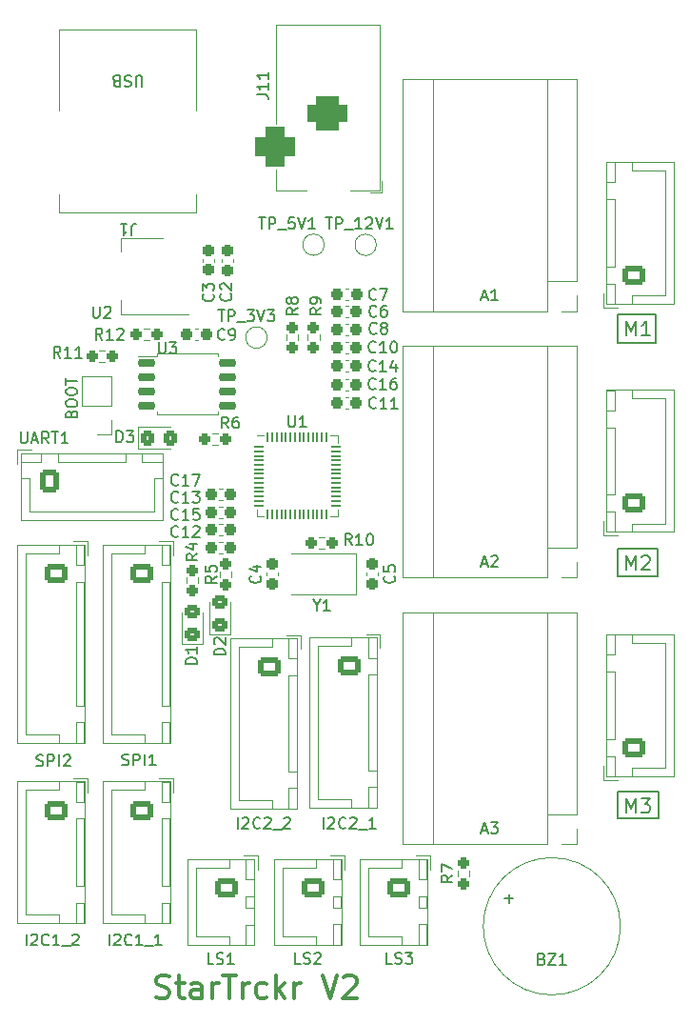
<source format=gto>
%TF.GenerationSoftware,KiCad,Pcbnew,7.0.6*%
%TF.CreationDate,2024-03-18T20:13:49+01:00*%
%TF.ProjectId,startrckr_pcb,73746172-7472-4636-9b72-5f7063622e6b,rev?*%
%TF.SameCoordinates,Original*%
%TF.FileFunction,Legend,Top*%
%TF.FilePolarity,Positive*%
%FSLAX46Y46*%
G04 Gerber Fmt 4.6, Leading zero omitted, Abs format (unit mm)*
G04 Created by KiCad (PCBNEW 7.0.6) date 2024-03-18 20:13:49*
%MOMM*%
%LPD*%
G01*
G04 APERTURE LIST*
G04 Aperture macros list*
%AMRoundRect*
0 Rectangle with rounded corners*
0 $1 Rounding radius*
0 $2 $3 $4 $5 $6 $7 $8 $9 X,Y pos of 4 corners*
0 Add a 4 corners polygon primitive as box body*
4,1,4,$2,$3,$4,$5,$6,$7,$8,$9,$2,$3,0*
0 Add four circle primitives for the rounded corners*
1,1,$1+$1,$2,$3*
1,1,$1+$1,$4,$5*
1,1,$1+$1,$6,$7*
1,1,$1+$1,$8,$9*
0 Add four rect primitives between the rounded corners*
20,1,$1+$1,$2,$3,$4,$5,0*
20,1,$1+$1,$4,$5,$6,$7,0*
20,1,$1+$1,$6,$7,$8,$9,0*
20,1,$1+$1,$8,$9,$2,$3,0*%
G04 Aperture macros list end*
%ADD10C,0.150000*%
%ADD11C,0.300000*%
%ADD12C,0.177800*%
%ADD13C,0.120000*%
%ADD14C,1.500000*%
%ADD15RoundRect,0.250000X-0.750000X0.600000X-0.750000X-0.600000X0.750000X-0.600000X0.750000X0.600000X0*%
%ADD16O,2.000000X1.700000*%
%ADD17R,2.000000X2.000000*%
%ADD18C,2.000000*%
%ADD19O,1.950000X1.700000*%
%ADD20RoundRect,0.250000X-0.725000X0.600000X-0.725000X-0.600000X0.725000X-0.600000X0.725000X0.600000X0*%
%ADD21RoundRect,0.250000X-0.600000X-0.725000X0.600000X-0.725000X0.600000X0.725000X-0.600000X0.725000X0*%
%ADD22O,1.700000X1.950000*%
%ADD23RoundRect,0.237500X0.237500X-0.300000X0.237500X0.300000X-0.237500X0.300000X-0.237500X-0.300000X0*%
%ADD24RoundRect,0.237500X-0.237500X0.250000X-0.237500X-0.250000X0.237500X-0.250000X0.237500X0.250000X0*%
%ADD25RoundRect,0.237500X-0.300000X-0.237500X0.300000X-0.237500X0.300000X0.237500X-0.300000X0.237500X0*%
%ADD26R,3.500000X3.500000*%
%ADD27RoundRect,0.750000X-1.000000X0.750000X-1.000000X-0.750000X1.000000X-0.750000X1.000000X0.750000X0*%
%ADD28RoundRect,0.875000X-0.875000X0.875000X-0.875000X-0.875000X0.875000X-0.875000X0.875000X0.875000X0*%
%ADD29RoundRect,0.237500X0.237500X-0.250000X0.237500X0.250000X-0.237500X0.250000X-0.237500X-0.250000X0*%
%ADD30RoundRect,0.237500X0.300000X0.237500X-0.300000X0.237500X-0.300000X-0.237500X0.300000X-0.237500X0*%
%ADD31RoundRect,0.050000X-0.387500X-0.050000X0.387500X-0.050000X0.387500X0.050000X-0.387500X0.050000X0*%
%ADD32RoundRect,0.050000X-0.050000X-0.387500X0.050000X-0.387500X0.050000X0.387500X-0.050000X0.387500X0*%
%ADD33R,3.200000X3.200000*%
%ADD34RoundRect,0.250000X0.450000X-0.325000X0.450000X0.325000X-0.450000X0.325000X-0.450000X-0.325000X0*%
%ADD35RoundRect,0.237500X-0.250000X-0.237500X0.250000X-0.237500X0.250000X0.237500X-0.250000X0.237500X0*%
%ADD36R,2.000000X1.500000*%
%ADD37R,2.000000X3.800000*%
%ADD38RoundRect,0.237500X0.250000X0.237500X-0.250000X0.237500X-0.250000X-0.237500X0.250000X-0.237500X0*%
%ADD39R,1.700000X1.700000*%
%ADD40O,1.700000X1.700000*%
%ADD41RoundRect,0.250000X0.725000X-0.600000X0.725000X0.600000X-0.725000X0.600000X-0.725000X-0.600000X0*%
%ADD42R,2.000000X2.400000*%
%ADD43RoundRect,0.150000X-0.650000X-0.150000X0.650000X-0.150000X0.650000X0.150000X-0.650000X0.150000X0*%
%ADD44C,1.700000*%
%ADD45C,4.000000*%
%ADD46R,1.600000X1.600000*%
%ADD47O,1.600000X1.600000*%
%ADD48RoundRect,0.250000X-0.325000X-0.450000X0.325000X-0.450000X0.325000X0.450000X-0.325000X0.450000X0*%
%ADD49RoundRect,0.237500X-0.237500X0.300000X-0.237500X-0.300000X0.237500X-0.300000X0.237500X0.300000X0*%
G04 APERTURE END LIST*
D10*
X224536000Y-80518000D02*
X227929928Y-80518000D01*
X227929928Y-82985149D01*
X224536000Y-82985149D01*
X224536000Y-80518000D01*
X224536000Y-101346000D02*
X228102079Y-101346000D01*
X228102079Y-103759574D01*
X224536000Y-103759574D01*
X224536000Y-101346000D01*
X224536000Y-122936000D02*
X228154435Y-122936000D01*
X228154435Y-125277197D01*
X224536000Y-125277197D01*
X224536000Y-122936000D01*
D11*
X183503689Y-141148754D02*
X183789403Y-141243992D01*
X183789403Y-141243992D02*
X184265594Y-141243992D01*
X184265594Y-141243992D02*
X184456070Y-141148754D01*
X184456070Y-141148754D02*
X184551308Y-141053515D01*
X184551308Y-141053515D02*
X184646546Y-140863039D01*
X184646546Y-140863039D02*
X184646546Y-140672563D01*
X184646546Y-140672563D02*
X184551308Y-140482087D01*
X184551308Y-140482087D02*
X184456070Y-140386849D01*
X184456070Y-140386849D02*
X184265594Y-140291611D01*
X184265594Y-140291611D02*
X183884641Y-140196373D01*
X183884641Y-140196373D02*
X183694165Y-140101134D01*
X183694165Y-140101134D02*
X183598927Y-140005896D01*
X183598927Y-140005896D02*
X183503689Y-139815420D01*
X183503689Y-139815420D02*
X183503689Y-139624944D01*
X183503689Y-139624944D02*
X183598927Y-139434468D01*
X183598927Y-139434468D02*
X183694165Y-139339230D01*
X183694165Y-139339230D02*
X183884641Y-139243992D01*
X183884641Y-139243992D02*
X184360832Y-139243992D01*
X184360832Y-139243992D02*
X184646546Y-139339230D01*
X185217975Y-139910658D02*
X185979879Y-139910658D01*
X185503689Y-139243992D02*
X185503689Y-140958277D01*
X185503689Y-140958277D02*
X185598927Y-141148754D01*
X185598927Y-141148754D02*
X185789403Y-141243992D01*
X185789403Y-141243992D02*
X185979879Y-141243992D01*
X187503689Y-141243992D02*
X187503689Y-140196373D01*
X187503689Y-140196373D02*
X187408451Y-140005896D01*
X187408451Y-140005896D02*
X187217975Y-139910658D01*
X187217975Y-139910658D02*
X186837022Y-139910658D01*
X186837022Y-139910658D02*
X186646546Y-140005896D01*
X187503689Y-141148754D02*
X187313213Y-141243992D01*
X187313213Y-141243992D02*
X186837022Y-141243992D01*
X186837022Y-141243992D02*
X186646546Y-141148754D01*
X186646546Y-141148754D02*
X186551308Y-140958277D01*
X186551308Y-140958277D02*
X186551308Y-140767801D01*
X186551308Y-140767801D02*
X186646546Y-140577325D01*
X186646546Y-140577325D02*
X186837022Y-140482087D01*
X186837022Y-140482087D02*
X187313213Y-140482087D01*
X187313213Y-140482087D02*
X187503689Y-140386849D01*
X188456070Y-141243992D02*
X188456070Y-139910658D01*
X188456070Y-140291611D02*
X188551308Y-140101134D01*
X188551308Y-140101134D02*
X188646546Y-140005896D01*
X188646546Y-140005896D02*
X188837022Y-139910658D01*
X188837022Y-139910658D02*
X189027499Y-139910658D01*
X189408451Y-139243992D02*
X190551308Y-139243992D01*
X189979879Y-141243992D02*
X189979879Y-139243992D01*
X191217975Y-141243992D02*
X191217975Y-139910658D01*
X191217975Y-140291611D02*
X191313213Y-140101134D01*
X191313213Y-140101134D02*
X191408451Y-140005896D01*
X191408451Y-140005896D02*
X191598927Y-139910658D01*
X191598927Y-139910658D02*
X191789404Y-139910658D01*
X193313213Y-141148754D02*
X193122737Y-141243992D01*
X193122737Y-141243992D02*
X192741784Y-141243992D01*
X192741784Y-141243992D02*
X192551308Y-141148754D01*
X192551308Y-141148754D02*
X192456070Y-141053515D01*
X192456070Y-141053515D02*
X192360832Y-140863039D01*
X192360832Y-140863039D02*
X192360832Y-140291611D01*
X192360832Y-140291611D02*
X192456070Y-140101134D01*
X192456070Y-140101134D02*
X192551308Y-140005896D01*
X192551308Y-140005896D02*
X192741784Y-139910658D01*
X192741784Y-139910658D02*
X193122737Y-139910658D01*
X193122737Y-139910658D02*
X193313213Y-140005896D01*
X194170356Y-141243992D02*
X194170356Y-139243992D01*
X194360832Y-140482087D02*
X194932261Y-141243992D01*
X194932261Y-139910658D02*
X194170356Y-140672563D01*
X195789404Y-141243992D02*
X195789404Y-139910658D01*
X195789404Y-140291611D02*
X195884642Y-140101134D01*
X195884642Y-140101134D02*
X195979880Y-140005896D01*
X195979880Y-140005896D02*
X196170356Y-139910658D01*
X196170356Y-139910658D02*
X196360833Y-139910658D01*
X198265595Y-139243992D02*
X198932261Y-141243992D01*
X198932261Y-141243992D02*
X199598928Y-139243992D01*
X200170357Y-139434468D02*
X200265595Y-139339230D01*
X200265595Y-139339230D02*
X200456071Y-139243992D01*
X200456071Y-139243992D02*
X200932262Y-139243992D01*
X200932262Y-139243992D02*
X201122738Y-139339230D01*
X201122738Y-139339230D02*
X201217976Y-139434468D01*
X201217976Y-139434468D02*
X201313214Y-139624944D01*
X201313214Y-139624944D02*
X201313214Y-139815420D01*
X201313214Y-139815420D02*
X201217976Y-140101134D01*
X201217976Y-140101134D02*
X200075119Y-141243992D01*
X200075119Y-141243992D02*
X201313214Y-141243992D01*
D12*
X225285904Y-82366280D02*
X225285904Y-81096280D01*
X225285904Y-81096280D02*
X225709238Y-82003423D01*
X225709238Y-82003423D02*
X226132571Y-81096280D01*
X226132571Y-81096280D02*
X226132571Y-82366280D01*
X227402572Y-82366280D02*
X226676857Y-82366280D01*
X227039714Y-82366280D02*
X227039714Y-81096280D01*
X227039714Y-81096280D02*
X226918762Y-81277708D01*
X226918762Y-81277708D02*
X226797810Y-81398661D01*
X226797810Y-81398661D02*
X226676857Y-81459137D01*
X225285904Y-124784280D02*
X225285904Y-123514280D01*
X225285904Y-123514280D02*
X225709238Y-124421423D01*
X225709238Y-124421423D02*
X226132571Y-123514280D01*
X226132571Y-123514280D02*
X226132571Y-124784280D01*
X226616381Y-123514280D02*
X227402572Y-123514280D01*
X227402572Y-123514280D02*
X226979238Y-123998089D01*
X226979238Y-123998089D02*
X227160667Y-123998089D01*
X227160667Y-123998089D02*
X227281619Y-124058565D01*
X227281619Y-124058565D02*
X227342095Y-124119042D01*
X227342095Y-124119042D02*
X227402572Y-124239994D01*
X227402572Y-124239994D02*
X227402572Y-124542375D01*
X227402572Y-124542375D02*
X227342095Y-124663327D01*
X227342095Y-124663327D02*
X227281619Y-124723804D01*
X227281619Y-124723804D02*
X227160667Y-124784280D01*
X227160667Y-124784280D02*
X226797810Y-124784280D01*
X226797810Y-124784280D02*
X226676857Y-124723804D01*
X226676857Y-124723804D02*
X226616381Y-124663327D01*
X225285904Y-103194280D02*
X225285904Y-101924280D01*
X225285904Y-101924280D02*
X225709238Y-102831423D01*
X225709238Y-102831423D02*
X226132571Y-101924280D01*
X226132571Y-101924280D02*
X226132571Y-103194280D01*
X226676857Y-102045232D02*
X226737333Y-101984756D01*
X226737333Y-101984756D02*
X226858286Y-101924280D01*
X226858286Y-101924280D02*
X227160667Y-101924280D01*
X227160667Y-101924280D02*
X227281619Y-101984756D01*
X227281619Y-101984756D02*
X227342095Y-102045232D01*
X227342095Y-102045232D02*
X227402572Y-102166184D01*
X227402572Y-102166184D02*
X227402572Y-102287137D01*
X227402572Y-102287137D02*
X227342095Y-102468565D01*
X227342095Y-102468565D02*
X226616381Y-103194280D01*
X226616381Y-103194280D02*
X227402572Y-103194280D01*
D10*
X198573524Y-71886078D02*
X199144952Y-71886078D01*
X198859238Y-72886078D02*
X198859238Y-71886078D01*
X199478286Y-72886078D02*
X199478286Y-71886078D01*
X199478286Y-71886078D02*
X199859238Y-71886078D01*
X199859238Y-71886078D02*
X199954476Y-71933697D01*
X199954476Y-71933697D02*
X200002095Y-71981316D01*
X200002095Y-71981316D02*
X200049714Y-72076554D01*
X200049714Y-72076554D02*
X200049714Y-72219411D01*
X200049714Y-72219411D02*
X200002095Y-72314649D01*
X200002095Y-72314649D02*
X199954476Y-72362268D01*
X199954476Y-72362268D02*
X199859238Y-72409887D01*
X199859238Y-72409887D02*
X199478286Y-72409887D01*
X200240191Y-72981316D02*
X201002095Y-72981316D01*
X201764000Y-72886078D02*
X201192572Y-72886078D01*
X201478286Y-72886078D02*
X201478286Y-71886078D01*
X201478286Y-71886078D02*
X201383048Y-72028935D01*
X201383048Y-72028935D02*
X201287810Y-72124173D01*
X201287810Y-72124173D02*
X201192572Y-72171792D01*
X202144953Y-71981316D02*
X202192572Y-71933697D01*
X202192572Y-71933697D02*
X202287810Y-71886078D01*
X202287810Y-71886078D02*
X202525905Y-71886078D01*
X202525905Y-71886078D02*
X202621143Y-71933697D01*
X202621143Y-71933697D02*
X202668762Y-71981316D01*
X202668762Y-71981316D02*
X202716381Y-72076554D01*
X202716381Y-72076554D02*
X202716381Y-72171792D01*
X202716381Y-72171792D02*
X202668762Y-72314649D01*
X202668762Y-72314649D02*
X202097334Y-72886078D01*
X202097334Y-72886078D02*
X202716381Y-72886078D01*
X203002096Y-71886078D02*
X203335429Y-72886078D01*
X203335429Y-72886078D02*
X203668762Y-71886078D01*
X204525905Y-72886078D02*
X203954477Y-72886078D01*
X204240191Y-72886078D02*
X204240191Y-71886078D01*
X204240191Y-71886078D02*
X204144953Y-72028935D01*
X204144953Y-72028935D02*
X204049715Y-72124173D01*
X204049715Y-72124173D02*
X203954477Y-72171792D01*
X192621365Y-71886078D02*
X193192793Y-71886078D01*
X192907079Y-72886078D02*
X192907079Y-71886078D01*
X193526127Y-72886078D02*
X193526127Y-71886078D01*
X193526127Y-71886078D02*
X193907079Y-71886078D01*
X193907079Y-71886078D02*
X194002317Y-71933697D01*
X194002317Y-71933697D02*
X194049936Y-71981316D01*
X194049936Y-71981316D02*
X194097555Y-72076554D01*
X194097555Y-72076554D02*
X194097555Y-72219411D01*
X194097555Y-72219411D02*
X194049936Y-72314649D01*
X194049936Y-72314649D02*
X194002317Y-72362268D01*
X194002317Y-72362268D02*
X193907079Y-72409887D01*
X193907079Y-72409887D02*
X193526127Y-72409887D01*
X194288032Y-72981316D02*
X195049936Y-72981316D01*
X195764222Y-71886078D02*
X195288032Y-71886078D01*
X195288032Y-71886078D02*
X195240413Y-72362268D01*
X195240413Y-72362268D02*
X195288032Y-72314649D01*
X195288032Y-72314649D02*
X195383270Y-72267030D01*
X195383270Y-72267030D02*
X195621365Y-72267030D01*
X195621365Y-72267030D02*
X195716603Y-72314649D01*
X195716603Y-72314649D02*
X195764222Y-72362268D01*
X195764222Y-72362268D02*
X195811841Y-72457506D01*
X195811841Y-72457506D02*
X195811841Y-72695601D01*
X195811841Y-72695601D02*
X195764222Y-72790839D01*
X195764222Y-72790839D02*
X195716603Y-72838459D01*
X195716603Y-72838459D02*
X195621365Y-72886078D01*
X195621365Y-72886078D02*
X195383270Y-72886078D01*
X195383270Y-72886078D02*
X195288032Y-72838459D01*
X195288032Y-72838459D02*
X195240413Y-72790839D01*
X196097556Y-71886078D02*
X196430889Y-72886078D01*
X196430889Y-72886078D02*
X196764222Y-71886078D01*
X197621365Y-72886078D02*
X197049937Y-72886078D01*
X197335651Y-72886078D02*
X197335651Y-71886078D01*
X197335651Y-71886078D02*
X197240413Y-72028935D01*
X197240413Y-72028935D02*
X197145175Y-72124173D01*
X197145175Y-72124173D02*
X197049937Y-72171792D01*
X189001984Y-80096587D02*
X189573412Y-80096587D01*
X189287698Y-81096587D02*
X189287698Y-80096587D01*
X189906746Y-81096587D02*
X189906746Y-80096587D01*
X189906746Y-80096587D02*
X190287698Y-80096587D01*
X190287698Y-80096587D02*
X190382936Y-80144206D01*
X190382936Y-80144206D02*
X190430555Y-80191825D01*
X190430555Y-80191825D02*
X190478174Y-80287063D01*
X190478174Y-80287063D02*
X190478174Y-80429920D01*
X190478174Y-80429920D02*
X190430555Y-80525158D01*
X190430555Y-80525158D02*
X190382936Y-80572777D01*
X190382936Y-80572777D02*
X190287698Y-80620396D01*
X190287698Y-80620396D02*
X189906746Y-80620396D01*
X190668651Y-81191825D02*
X191430555Y-81191825D01*
X191573413Y-80096587D02*
X192192460Y-80096587D01*
X192192460Y-80096587D02*
X191859127Y-80477539D01*
X191859127Y-80477539D02*
X192001984Y-80477539D01*
X192001984Y-80477539D02*
X192097222Y-80525158D01*
X192097222Y-80525158D02*
X192144841Y-80572777D01*
X192144841Y-80572777D02*
X192192460Y-80668015D01*
X192192460Y-80668015D02*
X192192460Y-80906110D01*
X192192460Y-80906110D02*
X192144841Y-81001348D01*
X192144841Y-81001348D02*
X192097222Y-81048968D01*
X192097222Y-81048968D02*
X192001984Y-81096587D01*
X192001984Y-81096587D02*
X191716270Y-81096587D01*
X191716270Y-81096587D02*
X191621032Y-81048968D01*
X191621032Y-81048968D02*
X191573413Y-81001348D01*
X192478175Y-80096587D02*
X192811508Y-81096587D01*
X192811508Y-81096587D02*
X193144841Y-80096587D01*
X193382937Y-80096587D02*
X194001984Y-80096587D01*
X194001984Y-80096587D02*
X193668651Y-80477539D01*
X193668651Y-80477539D02*
X193811508Y-80477539D01*
X193811508Y-80477539D02*
X193906746Y-80525158D01*
X193906746Y-80525158D02*
X193954365Y-80572777D01*
X193954365Y-80572777D02*
X194001984Y-80668015D01*
X194001984Y-80668015D02*
X194001984Y-80906110D01*
X194001984Y-80906110D02*
X193954365Y-81001348D01*
X193954365Y-81001348D02*
X193906746Y-81048968D01*
X193906746Y-81048968D02*
X193811508Y-81096587D01*
X193811508Y-81096587D02*
X193525794Y-81096587D01*
X193525794Y-81096587D02*
X193430556Y-81048968D01*
X193430556Y-81048968D02*
X193382937Y-81001348D01*
X188587142Y-138249819D02*
X188110952Y-138249819D01*
X188110952Y-138249819D02*
X188110952Y-137249819D01*
X188872857Y-138202200D02*
X189015714Y-138249819D01*
X189015714Y-138249819D02*
X189253809Y-138249819D01*
X189253809Y-138249819D02*
X189349047Y-138202200D01*
X189349047Y-138202200D02*
X189396666Y-138154580D01*
X189396666Y-138154580D02*
X189444285Y-138059342D01*
X189444285Y-138059342D02*
X189444285Y-137964104D01*
X189444285Y-137964104D02*
X189396666Y-137868866D01*
X189396666Y-137868866D02*
X189349047Y-137821247D01*
X189349047Y-137821247D02*
X189253809Y-137773628D01*
X189253809Y-137773628D02*
X189063333Y-137726009D01*
X189063333Y-137726009D02*
X188968095Y-137678390D01*
X188968095Y-137678390D02*
X188920476Y-137630771D01*
X188920476Y-137630771D02*
X188872857Y-137535533D01*
X188872857Y-137535533D02*
X188872857Y-137440295D01*
X188872857Y-137440295D02*
X188920476Y-137345057D01*
X188920476Y-137345057D02*
X188968095Y-137297438D01*
X188968095Y-137297438D02*
X189063333Y-137249819D01*
X189063333Y-137249819D02*
X189301428Y-137249819D01*
X189301428Y-137249819D02*
X189444285Y-137297438D01*
X190396666Y-138249819D02*
X189825238Y-138249819D01*
X190110952Y-138249819D02*
X190110952Y-137249819D01*
X190110952Y-137249819D02*
X190015714Y-137392676D01*
X190015714Y-137392676D02*
X189920476Y-137487914D01*
X189920476Y-137487914D02*
X189825238Y-137535533D01*
X217803047Y-137765009D02*
X217945904Y-137812628D01*
X217945904Y-137812628D02*
X217993523Y-137860247D01*
X217993523Y-137860247D02*
X218041142Y-137955485D01*
X218041142Y-137955485D02*
X218041142Y-138098342D01*
X218041142Y-138098342D02*
X217993523Y-138193580D01*
X217993523Y-138193580D02*
X217945904Y-138241200D01*
X217945904Y-138241200D02*
X217850666Y-138288819D01*
X217850666Y-138288819D02*
X217469714Y-138288819D01*
X217469714Y-138288819D02*
X217469714Y-137288819D01*
X217469714Y-137288819D02*
X217803047Y-137288819D01*
X217803047Y-137288819D02*
X217898285Y-137336438D01*
X217898285Y-137336438D02*
X217945904Y-137384057D01*
X217945904Y-137384057D02*
X217993523Y-137479295D01*
X217993523Y-137479295D02*
X217993523Y-137574533D01*
X217993523Y-137574533D02*
X217945904Y-137669771D01*
X217945904Y-137669771D02*
X217898285Y-137717390D01*
X217898285Y-137717390D02*
X217803047Y-137765009D01*
X217803047Y-137765009D02*
X217469714Y-137765009D01*
X218374476Y-137288819D02*
X219041142Y-137288819D01*
X219041142Y-137288819D02*
X218374476Y-138288819D01*
X218374476Y-138288819D02*
X219041142Y-138288819D01*
X219945904Y-138288819D02*
X219374476Y-138288819D01*
X219660190Y-138288819D02*
X219660190Y-137288819D01*
X219660190Y-137288819D02*
X219564952Y-137431676D01*
X219564952Y-137431676D02*
X219469714Y-137526914D01*
X219469714Y-137526914D02*
X219374476Y-137574533D01*
X214493048Y-132407866D02*
X215254953Y-132407866D01*
X214874000Y-132788819D02*
X214874000Y-132026914D01*
X180460697Y-120520699D02*
X180603554Y-120568318D01*
X180603554Y-120568318D02*
X180841649Y-120568318D01*
X180841649Y-120568318D02*
X180936887Y-120520699D01*
X180936887Y-120520699D02*
X180984506Y-120473079D01*
X180984506Y-120473079D02*
X181032125Y-120377841D01*
X181032125Y-120377841D02*
X181032125Y-120282603D01*
X181032125Y-120282603D02*
X180984506Y-120187365D01*
X180984506Y-120187365D02*
X180936887Y-120139746D01*
X180936887Y-120139746D02*
X180841649Y-120092127D01*
X180841649Y-120092127D02*
X180651173Y-120044508D01*
X180651173Y-120044508D02*
X180555935Y-119996889D01*
X180555935Y-119996889D02*
X180508316Y-119949270D01*
X180508316Y-119949270D02*
X180460697Y-119854032D01*
X180460697Y-119854032D02*
X180460697Y-119758794D01*
X180460697Y-119758794D02*
X180508316Y-119663556D01*
X180508316Y-119663556D02*
X180555935Y-119615937D01*
X180555935Y-119615937D02*
X180651173Y-119568318D01*
X180651173Y-119568318D02*
X180889268Y-119568318D01*
X180889268Y-119568318D02*
X181032125Y-119615937D01*
X181460697Y-120568318D02*
X181460697Y-119568318D01*
X181460697Y-119568318D02*
X181841649Y-119568318D01*
X181841649Y-119568318D02*
X181936887Y-119615937D01*
X181936887Y-119615937D02*
X181984506Y-119663556D01*
X181984506Y-119663556D02*
X182032125Y-119758794D01*
X182032125Y-119758794D02*
X182032125Y-119901651D01*
X182032125Y-119901651D02*
X181984506Y-119996889D01*
X181984506Y-119996889D02*
X181936887Y-120044508D01*
X181936887Y-120044508D02*
X181841649Y-120092127D01*
X181841649Y-120092127D02*
X181460697Y-120092127D01*
X182460697Y-120568318D02*
X182460697Y-119568318D01*
X183460696Y-120568318D02*
X182889268Y-120568318D01*
X183174982Y-120568318D02*
X183174982Y-119568318D01*
X183174982Y-119568318D02*
X183079744Y-119711175D01*
X183079744Y-119711175D02*
X182984506Y-119806413D01*
X182984506Y-119806413D02*
X182889268Y-119854032D01*
X172843840Y-120590101D02*
X172986697Y-120637720D01*
X172986697Y-120637720D02*
X173224792Y-120637720D01*
X173224792Y-120637720D02*
X173320030Y-120590101D01*
X173320030Y-120590101D02*
X173367649Y-120542481D01*
X173367649Y-120542481D02*
X173415268Y-120447243D01*
X173415268Y-120447243D02*
X173415268Y-120352005D01*
X173415268Y-120352005D02*
X173367649Y-120256767D01*
X173367649Y-120256767D02*
X173320030Y-120209148D01*
X173320030Y-120209148D02*
X173224792Y-120161529D01*
X173224792Y-120161529D02*
X173034316Y-120113910D01*
X173034316Y-120113910D02*
X172939078Y-120066291D01*
X172939078Y-120066291D02*
X172891459Y-120018672D01*
X172891459Y-120018672D02*
X172843840Y-119923434D01*
X172843840Y-119923434D02*
X172843840Y-119828196D01*
X172843840Y-119828196D02*
X172891459Y-119732958D01*
X172891459Y-119732958D02*
X172939078Y-119685339D01*
X172939078Y-119685339D02*
X173034316Y-119637720D01*
X173034316Y-119637720D02*
X173272411Y-119637720D01*
X173272411Y-119637720D02*
X173415268Y-119685339D01*
X173843840Y-120637720D02*
X173843840Y-119637720D01*
X173843840Y-119637720D02*
X174224792Y-119637720D01*
X174224792Y-119637720D02*
X174320030Y-119685339D01*
X174320030Y-119685339D02*
X174367649Y-119732958D01*
X174367649Y-119732958D02*
X174415268Y-119828196D01*
X174415268Y-119828196D02*
X174415268Y-119971053D01*
X174415268Y-119971053D02*
X174367649Y-120066291D01*
X174367649Y-120066291D02*
X174320030Y-120113910D01*
X174320030Y-120113910D02*
X174224792Y-120161529D01*
X174224792Y-120161529D02*
X173843840Y-120161529D01*
X174843840Y-120637720D02*
X174843840Y-119637720D01*
X175272411Y-119732958D02*
X175320030Y-119685339D01*
X175320030Y-119685339D02*
X175415268Y-119637720D01*
X175415268Y-119637720D02*
X175653363Y-119637720D01*
X175653363Y-119637720D02*
X175748601Y-119685339D01*
X175748601Y-119685339D02*
X175796220Y-119732958D01*
X175796220Y-119732958D02*
X175843839Y-119828196D01*
X175843839Y-119828196D02*
X175843839Y-119923434D01*
X175843839Y-119923434D02*
X175796220Y-120066291D01*
X175796220Y-120066291D02*
X175224792Y-120637720D01*
X175224792Y-120637720D02*
X175843839Y-120637720D01*
X190730476Y-126184819D02*
X190730476Y-125184819D01*
X191159047Y-125280057D02*
X191206666Y-125232438D01*
X191206666Y-125232438D02*
X191301904Y-125184819D01*
X191301904Y-125184819D02*
X191539999Y-125184819D01*
X191539999Y-125184819D02*
X191635237Y-125232438D01*
X191635237Y-125232438D02*
X191682856Y-125280057D01*
X191682856Y-125280057D02*
X191730475Y-125375295D01*
X191730475Y-125375295D02*
X191730475Y-125470533D01*
X191730475Y-125470533D02*
X191682856Y-125613390D01*
X191682856Y-125613390D02*
X191111428Y-126184819D01*
X191111428Y-126184819D02*
X191730475Y-126184819D01*
X192730475Y-126089580D02*
X192682856Y-126137200D01*
X192682856Y-126137200D02*
X192539999Y-126184819D01*
X192539999Y-126184819D02*
X192444761Y-126184819D01*
X192444761Y-126184819D02*
X192301904Y-126137200D01*
X192301904Y-126137200D02*
X192206666Y-126041961D01*
X192206666Y-126041961D02*
X192159047Y-125946723D01*
X192159047Y-125946723D02*
X192111428Y-125756247D01*
X192111428Y-125756247D02*
X192111428Y-125613390D01*
X192111428Y-125613390D02*
X192159047Y-125422914D01*
X192159047Y-125422914D02*
X192206666Y-125327676D01*
X192206666Y-125327676D02*
X192301904Y-125232438D01*
X192301904Y-125232438D02*
X192444761Y-125184819D01*
X192444761Y-125184819D02*
X192539999Y-125184819D01*
X192539999Y-125184819D02*
X192682856Y-125232438D01*
X192682856Y-125232438D02*
X192730475Y-125280057D01*
X193111428Y-125280057D02*
X193159047Y-125232438D01*
X193159047Y-125232438D02*
X193254285Y-125184819D01*
X193254285Y-125184819D02*
X193492380Y-125184819D01*
X193492380Y-125184819D02*
X193587618Y-125232438D01*
X193587618Y-125232438D02*
X193635237Y-125280057D01*
X193635237Y-125280057D02*
X193682856Y-125375295D01*
X193682856Y-125375295D02*
X193682856Y-125470533D01*
X193682856Y-125470533D02*
X193635237Y-125613390D01*
X193635237Y-125613390D02*
X193063809Y-126184819D01*
X193063809Y-126184819D02*
X193682856Y-126184819D01*
X193873333Y-126280057D02*
X194635237Y-126280057D01*
X194825714Y-125280057D02*
X194873333Y-125232438D01*
X194873333Y-125232438D02*
X194968571Y-125184819D01*
X194968571Y-125184819D02*
X195206666Y-125184819D01*
X195206666Y-125184819D02*
X195301904Y-125232438D01*
X195301904Y-125232438D02*
X195349523Y-125280057D01*
X195349523Y-125280057D02*
X195397142Y-125375295D01*
X195397142Y-125375295D02*
X195397142Y-125470533D01*
X195397142Y-125470533D02*
X195349523Y-125613390D01*
X195349523Y-125613390D02*
X194778095Y-126184819D01*
X194778095Y-126184819D02*
X195397142Y-126184819D01*
X179304164Y-136565453D02*
X179304164Y-135565453D01*
X179732735Y-135660691D02*
X179780354Y-135613072D01*
X179780354Y-135613072D02*
X179875592Y-135565453D01*
X179875592Y-135565453D02*
X180113687Y-135565453D01*
X180113687Y-135565453D02*
X180208925Y-135613072D01*
X180208925Y-135613072D02*
X180256544Y-135660691D01*
X180256544Y-135660691D02*
X180304163Y-135755929D01*
X180304163Y-135755929D02*
X180304163Y-135851167D01*
X180304163Y-135851167D02*
X180256544Y-135994024D01*
X180256544Y-135994024D02*
X179685116Y-136565453D01*
X179685116Y-136565453D02*
X180304163Y-136565453D01*
X181304163Y-136470214D02*
X181256544Y-136517834D01*
X181256544Y-136517834D02*
X181113687Y-136565453D01*
X181113687Y-136565453D02*
X181018449Y-136565453D01*
X181018449Y-136565453D02*
X180875592Y-136517834D01*
X180875592Y-136517834D02*
X180780354Y-136422595D01*
X180780354Y-136422595D02*
X180732735Y-136327357D01*
X180732735Y-136327357D02*
X180685116Y-136136881D01*
X180685116Y-136136881D02*
X180685116Y-135994024D01*
X180685116Y-135994024D02*
X180732735Y-135803548D01*
X180732735Y-135803548D02*
X180780354Y-135708310D01*
X180780354Y-135708310D02*
X180875592Y-135613072D01*
X180875592Y-135613072D02*
X181018449Y-135565453D01*
X181018449Y-135565453D02*
X181113687Y-135565453D01*
X181113687Y-135565453D02*
X181256544Y-135613072D01*
X181256544Y-135613072D02*
X181304163Y-135660691D01*
X182256544Y-136565453D02*
X181685116Y-136565453D01*
X181970830Y-136565453D02*
X181970830Y-135565453D01*
X181970830Y-135565453D02*
X181875592Y-135708310D01*
X181875592Y-135708310D02*
X181780354Y-135803548D01*
X181780354Y-135803548D02*
X181685116Y-135851167D01*
X182447021Y-136660691D02*
X183208925Y-136660691D01*
X183970830Y-136565453D02*
X183399402Y-136565453D01*
X183685116Y-136565453D02*
X183685116Y-135565453D01*
X183685116Y-135565453D02*
X183589878Y-135708310D01*
X183589878Y-135708310D02*
X183494640Y-135803548D01*
X183494640Y-135803548D02*
X183399402Y-135851167D01*
X171930213Y-136565453D02*
X171930213Y-135565453D01*
X172358784Y-135660691D02*
X172406403Y-135613072D01*
X172406403Y-135613072D02*
X172501641Y-135565453D01*
X172501641Y-135565453D02*
X172739736Y-135565453D01*
X172739736Y-135565453D02*
X172834974Y-135613072D01*
X172834974Y-135613072D02*
X172882593Y-135660691D01*
X172882593Y-135660691D02*
X172930212Y-135755929D01*
X172930212Y-135755929D02*
X172930212Y-135851167D01*
X172930212Y-135851167D02*
X172882593Y-135994024D01*
X172882593Y-135994024D02*
X172311165Y-136565453D01*
X172311165Y-136565453D02*
X172930212Y-136565453D01*
X173930212Y-136470214D02*
X173882593Y-136517834D01*
X173882593Y-136517834D02*
X173739736Y-136565453D01*
X173739736Y-136565453D02*
X173644498Y-136565453D01*
X173644498Y-136565453D02*
X173501641Y-136517834D01*
X173501641Y-136517834D02*
X173406403Y-136422595D01*
X173406403Y-136422595D02*
X173358784Y-136327357D01*
X173358784Y-136327357D02*
X173311165Y-136136881D01*
X173311165Y-136136881D02*
X173311165Y-135994024D01*
X173311165Y-135994024D02*
X173358784Y-135803548D01*
X173358784Y-135803548D02*
X173406403Y-135708310D01*
X173406403Y-135708310D02*
X173501641Y-135613072D01*
X173501641Y-135613072D02*
X173644498Y-135565453D01*
X173644498Y-135565453D02*
X173739736Y-135565453D01*
X173739736Y-135565453D02*
X173882593Y-135613072D01*
X173882593Y-135613072D02*
X173930212Y-135660691D01*
X174882593Y-136565453D02*
X174311165Y-136565453D01*
X174596879Y-136565453D02*
X174596879Y-135565453D01*
X174596879Y-135565453D02*
X174501641Y-135708310D01*
X174501641Y-135708310D02*
X174406403Y-135803548D01*
X174406403Y-135803548D02*
X174311165Y-135851167D01*
X175073070Y-136660691D02*
X175834974Y-136660691D01*
X176025451Y-135660691D02*
X176073070Y-135613072D01*
X176073070Y-135613072D02*
X176168308Y-135565453D01*
X176168308Y-135565453D02*
X176406403Y-135565453D01*
X176406403Y-135565453D02*
X176501641Y-135613072D01*
X176501641Y-135613072D02*
X176549260Y-135660691D01*
X176549260Y-135660691D02*
X176596879Y-135755929D01*
X176596879Y-135755929D02*
X176596879Y-135851167D01*
X176596879Y-135851167D02*
X176549260Y-135994024D01*
X176549260Y-135994024D02*
X175977832Y-136565453D01*
X175977832Y-136565453D02*
X176596879Y-136565453D01*
X171439588Y-90940039D02*
X171439588Y-91749562D01*
X171439588Y-91749562D02*
X171487207Y-91844800D01*
X171487207Y-91844800D02*
X171534826Y-91892420D01*
X171534826Y-91892420D02*
X171630064Y-91940039D01*
X171630064Y-91940039D02*
X171820540Y-91940039D01*
X171820540Y-91940039D02*
X171915778Y-91892420D01*
X171915778Y-91892420D02*
X171963397Y-91844800D01*
X171963397Y-91844800D02*
X172011016Y-91749562D01*
X172011016Y-91749562D02*
X172011016Y-90940039D01*
X172439588Y-91654324D02*
X172915778Y-91654324D01*
X172344350Y-91940039D02*
X172677683Y-90940039D01*
X172677683Y-90940039D02*
X173011016Y-91940039D01*
X173915778Y-91940039D02*
X173582445Y-91463848D01*
X173344350Y-91940039D02*
X173344350Y-90940039D01*
X173344350Y-90940039D02*
X173725302Y-90940039D01*
X173725302Y-90940039D02*
X173820540Y-90987658D01*
X173820540Y-90987658D02*
X173868159Y-91035277D01*
X173868159Y-91035277D02*
X173915778Y-91130515D01*
X173915778Y-91130515D02*
X173915778Y-91273372D01*
X173915778Y-91273372D02*
X173868159Y-91368610D01*
X173868159Y-91368610D02*
X173820540Y-91416229D01*
X173820540Y-91416229D02*
X173725302Y-91463848D01*
X173725302Y-91463848D02*
X173344350Y-91463848D01*
X174201493Y-90940039D02*
X174772921Y-90940039D01*
X174487207Y-91940039D02*
X174487207Y-90940039D01*
X175630064Y-91940039D02*
X175058636Y-91940039D01*
X175344350Y-91940039D02*
X175344350Y-90940039D01*
X175344350Y-90940039D02*
X175249112Y-91082896D01*
X175249112Y-91082896D02*
X175153874Y-91178134D01*
X175153874Y-91178134D02*
X175058636Y-91225753D01*
X204462142Y-138209819D02*
X203985952Y-138209819D01*
X203985952Y-138209819D02*
X203985952Y-137209819D01*
X204747857Y-138162200D02*
X204890714Y-138209819D01*
X204890714Y-138209819D02*
X205128809Y-138209819D01*
X205128809Y-138209819D02*
X205224047Y-138162200D01*
X205224047Y-138162200D02*
X205271666Y-138114580D01*
X205271666Y-138114580D02*
X205319285Y-138019342D01*
X205319285Y-138019342D02*
X205319285Y-137924104D01*
X205319285Y-137924104D02*
X205271666Y-137828866D01*
X205271666Y-137828866D02*
X205224047Y-137781247D01*
X205224047Y-137781247D02*
X205128809Y-137733628D01*
X205128809Y-137733628D02*
X204938333Y-137686009D01*
X204938333Y-137686009D02*
X204843095Y-137638390D01*
X204843095Y-137638390D02*
X204795476Y-137590771D01*
X204795476Y-137590771D02*
X204747857Y-137495533D01*
X204747857Y-137495533D02*
X204747857Y-137400295D01*
X204747857Y-137400295D02*
X204795476Y-137305057D01*
X204795476Y-137305057D02*
X204843095Y-137257438D01*
X204843095Y-137257438D02*
X204938333Y-137209819D01*
X204938333Y-137209819D02*
X205176428Y-137209819D01*
X205176428Y-137209819D02*
X205319285Y-137257438D01*
X205652619Y-137209819D02*
X206271666Y-137209819D01*
X206271666Y-137209819D02*
X205938333Y-137590771D01*
X205938333Y-137590771D02*
X206081190Y-137590771D01*
X206081190Y-137590771D02*
X206176428Y-137638390D01*
X206176428Y-137638390D02*
X206224047Y-137686009D01*
X206224047Y-137686009D02*
X206271666Y-137781247D01*
X206271666Y-137781247D02*
X206271666Y-138019342D01*
X206271666Y-138019342D02*
X206224047Y-138114580D01*
X206224047Y-138114580D02*
X206176428Y-138162200D01*
X206176428Y-138162200D02*
X206081190Y-138209819D01*
X206081190Y-138209819D02*
X205795476Y-138209819D01*
X205795476Y-138209819D02*
X205700238Y-138162200D01*
X205700238Y-138162200D02*
X205652619Y-138114580D01*
X196317142Y-138229819D02*
X195840952Y-138229819D01*
X195840952Y-138229819D02*
X195840952Y-137229819D01*
X196602857Y-138182200D02*
X196745714Y-138229819D01*
X196745714Y-138229819D02*
X196983809Y-138229819D01*
X196983809Y-138229819D02*
X197079047Y-138182200D01*
X197079047Y-138182200D02*
X197126666Y-138134580D01*
X197126666Y-138134580D02*
X197174285Y-138039342D01*
X197174285Y-138039342D02*
X197174285Y-137944104D01*
X197174285Y-137944104D02*
X197126666Y-137848866D01*
X197126666Y-137848866D02*
X197079047Y-137801247D01*
X197079047Y-137801247D02*
X196983809Y-137753628D01*
X196983809Y-137753628D02*
X196793333Y-137706009D01*
X196793333Y-137706009D02*
X196698095Y-137658390D01*
X196698095Y-137658390D02*
X196650476Y-137610771D01*
X196650476Y-137610771D02*
X196602857Y-137515533D01*
X196602857Y-137515533D02*
X196602857Y-137420295D01*
X196602857Y-137420295D02*
X196650476Y-137325057D01*
X196650476Y-137325057D02*
X196698095Y-137277438D01*
X196698095Y-137277438D02*
X196793333Y-137229819D01*
X196793333Y-137229819D02*
X197031428Y-137229819D01*
X197031428Y-137229819D02*
X197174285Y-137277438D01*
X197555238Y-137325057D02*
X197602857Y-137277438D01*
X197602857Y-137277438D02*
X197698095Y-137229819D01*
X197698095Y-137229819D02*
X197936190Y-137229819D01*
X197936190Y-137229819D02*
X198031428Y-137277438D01*
X198031428Y-137277438D02*
X198079047Y-137325057D01*
X198079047Y-137325057D02*
X198126666Y-137420295D01*
X198126666Y-137420295D02*
X198126666Y-137515533D01*
X198126666Y-137515533D02*
X198079047Y-137658390D01*
X198079047Y-137658390D02*
X197507619Y-138229819D01*
X197507619Y-138229819D02*
X198126666Y-138229819D01*
X198350476Y-126184819D02*
X198350476Y-125184819D01*
X198779047Y-125280057D02*
X198826666Y-125232438D01*
X198826666Y-125232438D02*
X198921904Y-125184819D01*
X198921904Y-125184819D02*
X199159999Y-125184819D01*
X199159999Y-125184819D02*
X199255237Y-125232438D01*
X199255237Y-125232438D02*
X199302856Y-125280057D01*
X199302856Y-125280057D02*
X199350475Y-125375295D01*
X199350475Y-125375295D02*
X199350475Y-125470533D01*
X199350475Y-125470533D02*
X199302856Y-125613390D01*
X199302856Y-125613390D02*
X198731428Y-126184819D01*
X198731428Y-126184819D02*
X199350475Y-126184819D01*
X200350475Y-126089580D02*
X200302856Y-126137200D01*
X200302856Y-126137200D02*
X200159999Y-126184819D01*
X200159999Y-126184819D02*
X200064761Y-126184819D01*
X200064761Y-126184819D02*
X199921904Y-126137200D01*
X199921904Y-126137200D02*
X199826666Y-126041961D01*
X199826666Y-126041961D02*
X199779047Y-125946723D01*
X199779047Y-125946723D02*
X199731428Y-125756247D01*
X199731428Y-125756247D02*
X199731428Y-125613390D01*
X199731428Y-125613390D02*
X199779047Y-125422914D01*
X199779047Y-125422914D02*
X199826666Y-125327676D01*
X199826666Y-125327676D02*
X199921904Y-125232438D01*
X199921904Y-125232438D02*
X200064761Y-125184819D01*
X200064761Y-125184819D02*
X200159999Y-125184819D01*
X200159999Y-125184819D02*
X200302856Y-125232438D01*
X200302856Y-125232438D02*
X200350475Y-125280057D01*
X200731428Y-125280057D02*
X200779047Y-125232438D01*
X200779047Y-125232438D02*
X200874285Y-125184819D01*
X200874285Y-125184819D02*
X201112380Y-125184819D01*
X201112380Y-125184819D02*
X201207618Y-125232438D01*
X201207618Y-125232438D02*
X201255237Y-125280057D01*
X201255237Y-125280057D02*
X201302856Y-125375295D01*
X201302856Y-125375295D02*
X201302856Y-125470533D01*
X201302856Y-125470533D02*
X201255237Y-125613390D01*
X201255237Y-125613390D02*
X200683809Y-126184819D01*
X200683809Y-126184819D02*
X201302856Y-126184819D01*
X201493333Y-126280057D02*
X202255237Y-126280057D01*
X203017142Y-126184819D02*
X202445714Y-126184819D01*
X202731428Y-126184819D02*
X202731428Y-125184819D01*
X202731428Y-125184819D02*
X202636190Y-125327676D01*
X202636190Y-125327676D02*
X202540952Y-125422914D01*
X202540952Y-125422914D02*
X202445714Y-125470533D01*
X188518842Y-78694089D02*
X188566462Y-78741708D01*
X188566462Y-78741708D02*
X188614081Y-78884565D01*
X188614081Y-78884565D02*
X188614081Y-78979803D01*
X188614081Y-78979803D02*
X188566462Y-79122660D01*
X188566462Y-79122660D02*
X188471223Y-79217898D01*
X188471223Y-79217898D02*
X188375985Y-79265517D01*
X188375985Y-79265517D02*
X188185509Y-79313136D01*
X188185509Y-79313136D02*
X188042652Y-79313136D01*
X188042652Y-79313136D02*
X187852176Y-79265517D01*
X187852176Y-79265517D02*
X187756938Y-79217898D01*
X187756938Y-79217898D02*
X187661700Y-79122660D01*
X187661700Y-79122660D02*
X187614081Y-78979803D01*
X187614081Y-78979803D02*
X187614081Y-78884565D01*
X187614081Y-78884565D02*
X187661700Y-78741708D01*
X187661700Y-78741708D02*
X187709319Y-78694089D01*
X187614081Y-78360755D02*
X187614081Y-77741708D01*
X187614081Y-77741708D02*
X187995033Y-78075041D01*
X187995033Y-78075041D02*
X187995033Y-77932184D01*
X187995033Y-77932184D02*
X188042652Y-77836946D01*
X188042652Y-77836946D02*
X188090271Y-77789327D01*
X188090271Y-77789327D02*
X188185509Y-77741708D01*
X188185509Y-77741708D02*
X188423604Y-77741708D01*
X188423604Y-77741708D02*
X188518842Y-77789327D01*
X188518842Y-77789327D02*
X188566462Y-77836946D01*
X188566462Y-77836946D02*
X188614081Y-77932184D01*
X188614081Y-77932184D02*
X188614081Y-78217898D01*
X188614081Y-78217898D02*
X188566462Y-78313136D01*
X188566462Y-78313136D02*
X188518842Y-78360755D01*
X198152360Y-79921522D02*
X197676169Y-80254855D01*
X198152360Y-80492950D02*
X197152360Y-80492950D01*
X197152360Y-80492950D02*
X197152360Y-80111998D01*
X197152360Y-80111998D02*
X197199979Y-80016760D01*
X197199979Y-80016760D02*
X197247598Y-79969141D01*
X197247598Y-79969141D02*
X197342836Y-79921522D01*
X197342836Y-79921522D02*
X197485693Y-79921522D01*
X197485693Y-79921522D02*
X197580931Y-79969141D01*
X197580931Y-79969141D02*
X197628550Y-80016760D01*
X197628550Y-80016760D02*
X197676169Y-80111998D01*
X197676169Y-80111998D02*
X197676169Y-80492950D01*
X198152360Y-79445331D02*
X198152360Y-79254855D01*
X198152360Y-79254855D02*
X198104741Y-79159617D01*
X198104741Y-79159617D02*
X198057121Y-79111998D01*
X198057121Y-79111998D02*
X197914264Y-79016760D01*
X197914264Y-79016760D02*
X197723788Y-78969141D01*
X197723788Y-78969141D02*
X197342836Y-78969141D01*
X197342836Y-78969141D02*
X197247598Y-79016760D01*
X197247598Y-79016760D02*
X197199979Y-79064379D01*
X197199979Y-79064379D02*
X197152360Y-79159617D01*
X197152360Y-79159617D02*
X197152360Y-79350093D01*
X197152360Y-79350093D02*
X197199979Y-79445331D01*
X197199979Y-79445331D02*
X197247598Y-79492950D01*
X197247598Y-79492950D02*
X197342836Y-79540569D01*
X197342836Y-79540569D02*
X197580931Y-79540569D01*
X197580931Y-79540569D02*
X197676169Y-79492950D01*
X197676169Y-79492950D02*
X197723788Y-79445331D01*
X197723788Y-79445331D02*
X197771407Y-79350093D01*
X197771407Y-79350093D02*
X197771407Y-79159617D01*
X197771407Y-79159617D02*
X197723788Y-79064379D01*
X197723788Y-79064379D02*
X197676169Y-79016760D01*
X197676169Y-79016760D02*
X197580931Y-78969141D01*
X203081135Y-82146024D02*
X203033516Y-82193644D01*
X203033516Y-82193644D02*
X202890659Y-82241263D01*
X202890659Y-82241263D02*
X202795421Y-82241263D01*
X202795421Y-82241263D02*
X202652564Y-82193644D01*
X202652564Y-82193644D02*
X202557326Y-82098405D01*
X202557326Y-82098405D02*
X202509707Y-82003167D01*
X202509707Y-82003167D02*
X202462088Y-81812691D01*
X202462088Y-81812691D02*
X202462088Y-81669834D01*
X202462088Y-81669834D02*
X202509707Y-81479358D01*
X202509707Y-81479358D02*
X202557326Y-81384120D01*
X202557326Y-81384120D02*
X202652564Y-81288882D01*
X202652564Y-81288882D02*
X202795421Y-81241263D01*
X202795421Y-81241263D02*
X202890659Y-81241263D01*
X202890659Y-81241263D02*
X203033516Y-81288882D01*
X203033516Y-81288882D02*
X203081135Y-81336501D01*
X203652564Y-81669834D02*
X203557326Y-81622215D01*
X203557326Y-81622215D02*
X203509707Y-81574596D01*
X203509707Y-81574596D02*
X203462088Y-81479358D01*
X203462088Y-81479358D02*
X203462088Y-81431739D01*
X203462088Y-81431739D02*
X203509707Y-81336501D01*
X203509707Y-81336501D02*
X203557326Y-81288882D01*
X203557326Y-81288882D02*
X203652564Y-81241263D01*
X203652564Y-81241263D02*
X203843040Y-81241263D01*
X203843040Y-81241263D02*
X203938278Y-81288882D01*
X203938278Y-81288882D02*
X203985897Y-81336501D01*
X203985897Y-81336501D02*
X204033516Y-81431739D01*
X204033516Y-81431739D02*
X204033516Y-81479358D01*
X204033516Y-81479358D02*
X203985897Y-81574596D01*
X203985897Y-81574596D02*
X203938278Y-81622215D01*
X203938278Y-81622215D02*
X203843040Y-81669834D01*
X203843040Y-81669834D02*
X203652564Y-81669834D01*
X203652564Y-81669834D02*
X203557326Y-81717453D01*
X203557326Y-81717453D02*
X203509707Y-81765072D01*
X203509707Y-81765072D02*
X203462088Y-81860310D01*
X203462088Y-81860310D02*
X203462088Y-82050786D01*
X203462088Y-82050786D02*
X203509707Y-82146024D01*
X203509707Y-82146024D02*
X203557326Y-82193644D01*
X203557326Y-82193644D02*
X203652564Y-82241263D01*
X203652564Y-82241263D02*
X203843040Y-82241263D01*
X203843040Y-82241263D02*
X203938278Y-82193644D01*
X203938278Y-82193644D02*
X203985897Y-82146024D01*
X203985897Y-82146024D02*
X204033516Y-82050786D01*
X204033516Y-82050786D02*
X204033516Y-81860310D01*
X204033516Y-81860310D02*
X203985897Y-81765072D01*
X203985897Y-81765072D02*
X203938278Y-81717453D01*
X203938278Y-81717453D02*
X203843040Y-81669834D01*
X203070698Y-80605104D02*
X203023079Y-80652724D01*
X203023079Y-80652724D02*
X202880222Y-80700343D01*
X202880222Y-80700343D02*
X202784984Y-80700343D01*
X202784984Y-80700343D02*
X202642127Y-80652724D01*
X202642127Y-80652724D02*
X202546889Y-80557485D01*
X202546889Y-80557485D02*
X202499270Y-80462247D01*
X202499270Y-80462247D02*
X202451651Y-80271771D01*
X202451651Y-80271771D02*
X202451651Y-80128914D01*
X202451651Y-80128914D02*
X202499270Y-79938438D01*
X202499270Y-79938438D02*
X202546889Y-79843200D01*
X202546889Y-79843200D02*
X202642127Y-79747962D01*
X202642127Y-79747962D02*
X202784984Y-79700343D01*
X202784984Y-79700343D02*
X202880222Y-79700343D01*
X202880222Y-79700343D02*
X203023079Y-79747962D01*
X203023079Y-79747962D02*
X203070698Y-79795581D01*
X203927841Y-79700343D02*
X203737365Y-79700343D01*
X203737365Y-79700343D02*
X203642127Y-79747962D01*
X203642127Y-79747962D02*
X203594508Y-79795581D01*
X203594508Y-79795581D02*
X203499270Y-79938438D01*
X203499270Y-79938438D02*
X203451651Y-80128914D01*
X203451651Y-80128914D02*
X203451651Y-80509866D01*
X203451651Y-80509866D02*
X203499270Y-80605104D01*
X203499270Y-80605104D02*
X203546889Y-80652724D01*
X203546889Y-80652724D02*
X203642127Y-80700343D01*
X203642127Y-80700343D02*
X203832603Y-80700343D01*
X203832603Y-80700343D02*
X203927841Y-80652724D01*
X203927841Y-80652724D02*
X203975460Y-80605104D01*
X203975460Y-80605104D02*
X204023079Y-80509866D01*
X204023079Y-80509866D02*
X204023079Y-80271771D01*
X204023079Y-80271771D02*
X203975460Y-80176533D01*
X203975460Y-80176533D02*
X203927841Y-80128914D01*
X203927841Y-80128914D02*
X203832603Y-80081295D01*
X203832603Y-80081295D02*
X203642127Y-80081295D01*
X203642127Y-80081295D02*
X203546889Y-80128914D01*
X203546889Y-80128914D02*
X203499270Y-80176533D01*
X203499270Y-80176533D02*
X203451651Y-80271771D01*
X192459819Y-60939523D02*
X193174104Y-60939523D01*
X193174104Y-60939523D02*
X193316961Y-60987142D01*
X193316961Y-60987142D02*
X193412200Y-61082380D01*
X193412200Y-61082380D02*
X193459819Y-61225237D01*
X193459819Y-61225237D02*
X193459819Y-61320475D01*
X193459819Y-59939523D02*
X193459819Y-60510951D01*
X193459819Y-60225237D02*
X192459819Y-60225237D01*
X192459819Y-60225237D02*
X192602676Y-60320475D01*
X192602676Y-60320475D02*
X192697914Y-60415713D01*
X192697914Y-60415713D02*
X192745533Y-60510951D01*
X193459819Y-58987142D02*
X193459819Y-59558570D01*
X193459819Y-59272856D02*
X192459819Y-59272856D01*
X192459819Y-59272856D02*
X192602676Y-59368094D01*
X192602676Y-59368094D02*
X192697914Y-59463332D01*
X192697914Y-59463332D02*
X192745533Y-59558570D01*
X187144819Y-101766666D02*
X186668628Y-102099999D01*
X187144819Y-102338094D02*
X186144819Y-102338094D01*
X186144819Y-102338094D02*
X186144819Y-101957142D01*
X186144819Y-101957142D02*
X186192438Y-101861904D01*
X186192438Y-101861904D02*
X186240057Y-101814285D01*
X186240057Y-101814285D02*
X186335295Y-101766666D01*
X186335295Y-101766666D02*
X186478152Y-101766666D01*
X186478152Y-101766666D02*
X186573390Y-101814285D01*
X186573390Y-101814285D02*
X186621009Y-101861904D01*
X186621009Y-101861904D02*
X186668628Y-101957142D01*
X186668628Y-101957142D02*
X186668628Y-102338094D01*
X186478152Y-100909523D02*
X187144819Y-100909523D01*
X186097200Y-101147618D02*
X186811485Y-101385713D01*
X186811485Y-101385713D02*
X186811485Y-100766666D01*
X185432705Y-98658121D02*
X185385086Y-98705741D01*
X185385086Y-98705741D02*
X185242229Y-98753360D01*
X185242229Y-98753360D02*
X185146991Y-98753360D01*
X185146991Y-98753360D02*
X185004134Y-98705741D01*
X185004134Y-98705741D02*
X184908896Y-98610502D01*
X184908896Y-98610502D02*
X184861277Y-98515264D01*
X184861277Y-98515264D02*
X184813658Y-98324788D01*
X184813658Y-98324788D02*
X184813658Y-98181931D01*
X184813658Y-98181931D02*
X184861277Y-97991455D01*
X184861277Y-97991455D02*
X184908896Y-97896217D01*
X184908896Y-97896217D02*
X185004134Y-97800979D01*
X185004134Y-97800979D02*
X185146991Y-97753360D01*
X185146991Y-97753360D02*
X185242229Y-97753360D01*
X185242229Y-97753360D02*
X185385086Y-97800979D01*
X185385086Y-97800979D02*
X185432705Y-97848598D01*
X186385086Y-98753360D02*
X185813658Y-98753360D01*
X186099372Y-98753360D02*
X186099372Y-97753360D01*
X186099372Y-97753360D02*
X186004134Y-97896217D01*
X186004134Y-97896217D02*
X185908896Y-97991455D01*
X185908896Y-97991455D02*
X185813658Y-98039074D01*
X187289848Y-97753360D02*
X186813658Y-97753360D01*
X186813658Y-97753360D02*
X186766039Y-98229550D01*
X186766039Y-98229550D02*
X186813658Y-98181931D01*
X186813658Y-98181931D02*
X186908896Y-98134312D01*
X186908896Y-98134312D02*
X187146991Y-98134312D01*
X187146991Y-98134312D02*
X187242229Y-98181931D01*
X187242229Y-98181931D02*
X187289848Y-98229550D01*
X187289848Y-98229550D02*
X187337467Y-98324788D01*
X187337467Y-98324788D02*
X187337467Y-98562883D01*
X187337467Y-98562883D02*
X187289848Y-98658121D01*
X187289848Y-98658121D02*
X187242229Y-98705741D01*
X187242229Y-98705741D02*
X187146991Y-98753360D01*
X187146991Y-98753360D02*
X186908896Y-98753360D01*
X186908896Y-98753360D02*
X186813658Y-98705741D01*
X186813658Y-98705741D02*
X186766039Y-98658121D01*
X195258881Y-89496425D02*
X195258881Y-90305948D01*
X195258881Y-90305948D02*
X195306500Y-90401186D01*
X195306500Y-90401186D02*
X195354119Y-90448806D01*
X195354119Y-90448806D02*
X195449357Y-90496425D01*
X195449357Y-90496425D02*
X195639833Y-90496425D01*
X195639833Y-90496425D02*
X195735071Y-90448806D01*
X195735071Y-90448806D02*
X195782690Y-90401186D01*
X195782690Y-90401186D02*
X195830309Y-90305948D01*
X195830309Y-90305948D02*
X195830309Y-89496425D01*
X196830309Y-90496425D02*
X196258881Y-90496425D01*
X196544595Y-90496425D02*
X196544595Y-89496425D01*
X196544595Y-89496425D02*
X196449357Y-89639282D01*
X196449357Y-89639282D02*
X196354119Y-89734520D01*
X196354119Y-89734520D02*
X196258881Y-89782139D01*
X185432705Y-100190103D02*
X185385086Y-100237723D01*
X185385086Y-100237723D02*
X185242229Y-100285342D01*
X185242229Y-100285342D02*
X185146991Y-100285342D01*
X185146991Y-100285342D02*
X185004134Y-100237723D01*
X185004134Y-100237723D02*
X184908896Y-100142484D01*
X184908896Y-100142484D02*
X184861277Y-100047246D01*
X184861277Y-100047246D02*
X184813658Y-99856770D01*
X184813658Y-99856770D02*
X184813658Y-99713913D01*
X184813658Y-99713913D02*
X184861277Y-99523437D01*
X184861277Y-99523437D02*
X184908896Y-99428199D01*
X184908896Y-99428199D02*
X185004134Y-99332961D01*
X185004134Y-99332961D02*
X185146991Y-99285342D01*
X185146991Y-99285342D02*
X185242229Y-99285342D01*
X185242229Y-99285342D02*
X185385086Y-99332961D01*
X185385086Y-99332961D02*
X185432705Y-99380580D01*
X186385086Y-100285342D02*
X185813658Y-100285342D01*
X186099372Y-100285342D02*
X186099372Y-99285342D01*
X186099372Y-99285342D02*
X186004134Y-99428199D01*
X186004134Y-99428199D02*
X185908896Y-99523437D01*
X185908896Y-99523437D02*
X185813658Y-99571056D01*
X186766039Y-99380580D02*
X186813658Y-99332961D01*
X186813658Y-99332961D02*
X186908896Y-99285342D01*
X186908896Y-99285342D02*
X187146991Y-99285342D01*
X187146991Y-99285342D02*
X187242229Y-99332961D01*
X187242229Y-99332961D02*
X187289848Y-99380580D01*
X187289848Y-99380580D02*
X187337467Y-99475818D01*
X187337467Y-99475818D02*
X187337467Y-99571056D01*
X187337467Y-99571056D02*
X187289848Y-99713913D01*
X187289848Y-99713913D02*
X186718420Y-100285342D01*
X186718420Y-100285342D02*
X187337467Y-100285342D01*
X189632560Y-110745781D02*
X188632560Y-110745781D01*
X188632560Y-110745781D02*
X188632560Y-110507686D01*
X188632560Y-110507686D02*
X188680179Y-110364829D01*
X188680179Y-110364829D02*
X188775417Y-110269591D01*
X188775417Y-110269591D02*
X188870655Y-110221972D01*
X188870655Y-110221972D02*
X189061131Y-110174353D01*
X189061131Y-110174353D02*
X189203988Y-110174353D01*
X189203988Y-110174353D02*
X189394464Y-110221972D01*
X189394464Y-110221972D02*
X189489702Y-110269591D01*
X189489702Y-110269591D02*
X189584941Y-110364829D01*
X189584941Y-110364829D02*
X189632560Y-110507686D01*
X189632560Y-110507686D02*
X189632560Y-110745781D01*
X188727798Y-109793400D02*
X188680179Y-109745781D01*
X188680179Y-109745781D02*
X188632560Y-109650543D01*
X188632560Y-109650543D02*
X188632560Y-109412448D01*
X188632560Y-109412448D02*
X188680179Y-109317210D01*
X188680179Y-109317210D02*
X188727798Y-109269591D01*
X188727798Y-109269591D02*
X188823036Y-109221972D01*
X188823036Y-109221972D02*
X188918274Y-109221972D01*
X188918274Y-109221972D02*
X189061131Y-109269591D01*
X189061131Y-109269591D02*
X189632560Y-109841019D01*
X189632560Y-109841019D02*
X189632560Y-109221972D01*
X178688099Y-82739284D02*
X178354766Y-82263093D01*
X178116671Y-82739284D02*
X178116671Y-81739284D01*
X178116671Y-81739284D02*
X178497623Y-81739284D01*
X178497623Y-81739284D02*
X178592861Y-81786903D01*
X178592861Y-81786903D02*
X178640480Y-81834522D01*
X178640480Y-81834522D02*
X178688099Y-81929760D01*
X178688099Y-81929760D02*
X178688099Y-82072617D01*
X178688099Y-82072617D02*
X178640480Y-82167855D01*
X178640480Y-82167855D02*
X178592861Y-82215474D01*
X178592861Y-82215474D02*
X178497623Y-82263093D01*
X178497623Y-82263093D02*
X178116671Y-82263093D01*
X179640480Y-82739284D02*
X179069052Y-82739284D01*
X179354766Y-82739284D02*
X179354766Y-81739284D01*
X179354766Y-81739284D02*
X179259528Y-81882141D01*
X179259528Y-81882141D02*
X179164290Y-81977379D01*
X179164290Y-81977379D02*
X179069052Y-82024998D01*
X180021433Y-81834522D02*
X180069052Y-81786903D01*
X180069052Y-81786903D02*
X180164290Y-81739284D01*
X180164290Y-81739284D02*
X180402385Y-81739284D01*
X180402385Y-81739284D02*
X180497623Y-81786903D01*
X180497623Y-81786903D02*
X180545242Y-81834522D01*
X180545242Y-81834522D02*
X180592861Y-81929760D01*
X180592861Y-81929760D02*
X180592861Y-82024998D01*
X180592861Y-82024998D02*
X180545242Y-82167855D01*
X180545242Y-82167855D02*
X179973814Y-82739284D01*
X179973814Y-82739284D02*
X180592861Y-82739284D01*
X204644708Y-103738380D02*
X204692328Y-103785999D01*
X204692328Y-103785999D02*
X204739947Y-103928856D01*
X204739947Y-103928856D02*
X204739947Y-104024094D01*
X204739947Y-104024094D02*
X204692328Y-104166951D01*
X204692328Y-104166951D02*
X204597089Y-104262189D01*
X204597089Y-104262189D02*
X204501851Y-104309808D01*
X204501851Y-104309808D02*
X204311375Y-104357427D01*
X204311375Y-104357427D02*
X204168518Y-104357427D01*
X204168518Y-104357427D02*
X203978042Y-104309808D01*
X203978042Y-104309808D02*
X203882804Y-104262189D01*
X203882804Y-104262189D02*
X203787566Y-104166951D01*
X203787566Y-104166951D02*
X203739947Y-104024094D01*
X203739947Y-104024094D02*
X203739947Y-103928856D01*
X203739947Y-103928856D02*
X203787566Y-103785999D01*
X203787566Y-103785999D02*
X203835185Y-103738380D01*
X203739947Y-102833618D02*
X203739947Y-103309808D01*
X203739947Y-103309808D02*
X204216137Y-103357427D01*
X204216137Y-103357427D02*
X204168518Y-103309808D01*
X204168518Y-103309808D02*
X204120899Y-103214570D01*
X204120899Y-103214570D02*
X204120899Y-102976475D01*
X204120899Y-102976475D02*
X204168518Y-102881237D01*
X204168518Y-102881237D02*
X204216137Y-102833618D01*
X204216137Y-102833618D02*
X204311375Y-102785999D01*
X204311375Y-102785999D02*
X204549470Y-102785999D01*
X204549470Y-102785999D02*
X204644708Y-102833618D01*
X204644708Y-102833618D02*
X204692328Y-102881237D01*
X204692328Y-102881237D02*
X204739947Y-102976475D01*
X204739947Y-102976475D02*
X204739947Y-103214570D01*
X204739947Y-103214570D02*
X204692328Y-103309808D01*
X204692328Y-103309808D02*
X204644708Y-103357427D01*
X174967566Y-84340532D02*
X174634233Y-83864341D01*
X174396138Y-84340532D02*
X174396138Y-83340532D01*
X174396138Y-83340532D02*
X174777090Y-83340532D01*
X174777090Y-83340532D02*
X174872328Y-83388151D01*
X174872328Y-83388151D02*
X174919947Y-83435770D01*
X174919947Y-83435770D02*
X174967566Y-83531008D01*
X174967566Y-83531008D02*
X174967566Y-83673865D01*
X174967566Y-83673865D02*
X174919947Y-83769103D01*
X174919947Y-83769103D02*
X174872328Y-83816722D01*
X174872328Y-83816722D02*
X174777090Y-83864341D01*
X174777090Y-83864341D02*
X174396138Y-83864341D01*
X175919947Y-84340532D02*
X175348519Y-84340532D01*
X175634233Y-84340532D02*
X175634233Y-83340532D01*
X175634233Y-83340532D02*
X175538995Y-83483389D01*
X175538995Y-83483389D02*
X175443757Y-83578627D01*
X175443757Y-83578627D02*
X175348519Y-83626246D01*
X176872328Y-84340532D02*
X176300900Y-84340532D01*
X176586614Y-84340532D02*
X176586614Y-83340532D01*
X176586614Y-83340532D02*
X176491376Y-83483389D01*
X176491376Y-83483389D02*
X176396138Y-83578627D01*
X176396138Y-83578627D02*
X176300900Y-83626246D01*
X192719161Y-103738381D02*
X192766781Y-103786000D01*
X192766781Y-103786000D02*
X192814400Y-103928857D01*
X192814400Y-103928857D02*
X192814400Y-104024095D01*
X192814400Y-104024095D02*
X192766781Y-104166952D01*
X192766781Y-104166952D02*
X192671542Y-104262190D01*
X192671542Y-104262190D02*
X192576304Y-104309809D01*
X192576304Y-104309809D02*
X192385828Y-104357428D01*
X192385828Y-104357428D02*
X192242971Y-104357428D01*
X192242971Y-104357428D02*
X192052495Y-104309809D01*
X192052495Y-104309809D02*
X191957257Y-104262190D01*
X191957257Y-104262190D02*
X191862019Y-104166952D01*
X191862019Y-104166952D02*
X191814400Y-104024095D01*
X191814400Y-104024095D02*
X191814400Y-103928857D01*
X191814400Y-103928857D02*
X191862019Y-103786000D01*
X191862019Y-103786000D02*
X191909638Y-103738381D01*
X192147733Y-102881238D02*
X192814400Y-102881238D01*
X191766781Y-103119333D02*
X192481066Y-103357428D01*
X192481066Y-103357428D02*
X192481066Y-102738381D01*
X177868480Y-79786762D02*
X177868480Y-80596285D01*
X177868480Y-80596285D02*
X177916099Y-80691523D01*
X177916099Y-80691523D02*
X177963718Y-80739143D01*
X177963718Y-80739143D02*
X178058956Y-80786762D01*
X178058956Y-80786762D02*
X178249432Y-80786762D01*
X178249432Y-80786762D02*
X178344670Y-80739143D01*
X178344670Y-80739143D02*
X178392289Y-80691523D01*
X178392289Y-80691523D02*
X178439908Y-80596285D01*
X178439908Y-80596285D02*
X178439908Y-79786762D01*
X178868480Y-79882000D02*
X178916099Y-79834381D01*
X178916099Y-79834381D02*
X179011337Y-79786762D01*
X179011337Y-79786762D02*
X179249432Y-79786762D01*
X179249432Y-79786762D02*
X179344670Y-79834381D01*
X179344670Y-79834381D02*
X179392289Y-79882000D01*
X179392289Y-79882000D02*
X179439908Y-79977238D01*
X179439908Y-79977238D02*
X179439908Y-80072476D01*
X179439908Y-80072476D02*
X179392289Y-80215333D01*
X179392289Y-80215333D02*
X178820861Y-80786762D01*
X178820861Y-80786762D02*
X179439908Y-80786762D01*
X209844819Y-130341666D02*
X209368628Y-130674999D01*
X209844819Y-130913094D02*
X208844819Y-130913094D01*
X208844819Y-130913094D02*
X208844819Y-130532142D01*
X208844819Y-130532142D02*
X208892438Y-130436904D01*
X208892438Y-130436904D02*
X208940057Y-130389285D01*
X208940057Y-130389285D02*
X209035295Y-130341666D01*
X209035295Y-130341666D02*
X209178152Y-130341666D01*
X209178152Y-130341666D02*
X209273390Y-130389285D01*
X209273390Y-130389285D02*
X209321009Y-130436904D01*
X209321009Y-130436904D02*
X209368628Y-130532142D01*
X209368628Y-130532142D02*
X209368628Y-130913094D01*
X208844819Y-130008332D02*
X208844819Y-129341666D01*
X208844819Y-129341666D02*
X209844819Y-129770237D01*
X200882471Y-100982122D02*
X200549138Y-100505931D01*
X200311043Y-100982122D02*
X200311043Y-99982122D01*
X200311043Y-99982122D02*
X200691995Y-99982122D01*
X200691995Y-99982122D02*
X200787233Y-100029741D01*
X200787233Y-100029741D02*
X200834852Y-100077360D01*
X200834852Y-100077360D02*
X200882471Y-100172598D01*
X200882471Y-100172598D02*
X200882471Y-100315455D01*
X200882471Y-100315455D02*
X200834852Y-100410693D01*
X200834852Y-100410693D02*
X200787233Y-100458312D01*
X200787233Y-100458312D02*
X200691995Y-100505931D01*
X200691995Y-100505931D02*
X200311043Y-100505931D01*
X201834852Y-100982122D02*
X201263424Y-100982122D01*
X201549138Y-100982122D02*
X201549138Y-99982122D01*
X201549138Y-99982122D02*
X201453900Y-100124979D01*
X201453900Y-100124979D02*
X201358662Y-100220217D01*
X201358662Y-100220217D02*
X201263424Y-100267836D01*
X202453900Y-99982122D02*
X202549138Y-99982122D01*
X202549138Y-99982122D02*
X202644376Y-100029741D01*
X202644376Y-100029741D02*
X202691995Y-100077360D01*
X202691995Y-100077360D02*
X202739614Y-100172598D01*
X202739614Y-100172598D02*
X202787233Y-100363074D01*
X202787233Y-100363074D02*
X202787233Y-100601169D01*
X202787233Y-100601169D02*
X202739614Y-100791645D01*
X202739614Y-100791645D02*
X202691995Y-100886883D01*
X202691995Y-100886883D02*
X202644376Y-100934503D01*
X202644376Y-100934503D02*
X202549138Y-100982122D01*
X202549138Y-100982122D02*
X202453900Y-100982122D01*
X202453900Y-100982122D02*
X202358662Y-100934503D01*
X202358662Y-100934503D02*
X202311043Y-100886883D01*
X202311043Y-100886883D02*
X202263424Y-100791645D01*
X202263424Y-100791645D02*
X202215805Y-100601169D01*
X202215805Y-100601169D02*
X202215805Y-100363074D01*
X202215805Y-100363074D02*
X202263424Y-100172598D01*
X202263424Y-100172598D02*
X202311043Y-100077360D01*
X202311043Y-100077360D02*
X202358662Y-100029741D01*
X202358662Y-100029741D02*
X202453900Y-99982122D01*
X185432705Y-95594157D02*
X185385086Y-95641777D01*
X185385086Y-95641777D02*
X185242229Y-95689396D01*
X185242229Y-95689396D02*
X185146991Y-95689396D01*
X185146991Y-95689396D02*
X185004134Y-95641777D01*
X185004134Y-95641777D02*
X184908896Y-95546538D01*
X184908896Y-95546538D02*
X184861277Y-95451300D01*
X184861277Y-95451300D02*
X184813658Y-95260824D01*
X184813658Y-95260824D02*
X184813658Y-95117967D01*
X184813658Y-95117967D02*
X184861277Y-94927491D01*
X184861277Y-94927491D02*
X184908896Y-94832253D01*
X184908896Y-94832253D02*
X185004134Y-94737015D01*
X185004134Y-94737015D02*
X185146991Y-94689396D01*
X185146991Y-94689396D02*
X185242229Y-94689396D01*
X185242229Y-94689396D02*
X185385086Y-94737015D01*
X185385086Y-94737015D02*
X185432705Y-94784634D01*
X186385086Y-95689396D02*
X185813658Y-95689396D01*
X186099372Y-95689396D02*
X186099372Y-94689396D01*
X186099372Y-94689396D02*
X186004134Y-94832253D01*
X186004134Y-94832253D02*
X185908896Y-94927491D01*
X185908896Y-94927491D02*
X185813658Y-94975110D01*
X186718420Y-94689396D02*
X187385086Y-94689396D01*
X187385086Y-94689396D02*
X186956515Y-95689396D01*
X189903171Y-90600625D02*
X189569838Y-90124434D01*
X189331743Y-90600625D02*
X189331743Y-89600625D01*
X189331743Y-89600625D02*
X189712695Y-89600625D01*
X189712695Y-89600625D02*
X189807933Y-89648244D01*
X189807933Y-89648244D02*
X189855552Y-89695863D01*
X189855552Y-89695863D02*
X189903171Y-89791101D01*
X189903171Y-89791101D02*
X189903171Y-89933958D01*
X189903171Y-89933958D02*
X189855552Y-90029196D01*
X189855552Y-90029196D02*
X189807933Y-90076815D01*
X189807933Y-90076815D02*
X189712695Y-90124434D01*
X189712695Y-90124434D02*
X189331743Y-90124434D01*
X190760314Y-89600625D02*
X190569838Y-89600625D01*
X190569838Y-89600625D02*
X190474600Y-89648244D01*
X190474600Y-89648244D02*
X190426981Y-89695863D01*
X190426981Y-89695863D02*
X190331743Y-89838720D01*
X190331743Y-89838720D02*
X190284124Y-90029196D01*
X190284124Y-90029196D02*
X190284124Y-90410148D01*
X190284124Y-90410148D02*
X190331743Y-90505386D01*
X190331743Y-90505386D02*
X190379362Y-90553006D01*
X190379362Y-90553006D02*
X190474600Y-90600625D01*
X190474600Y-90600625D02*
X190665076Y-90600625D01*
X190665076Y-90600625D02*
X190760314Y-90553006D01*
X190760314Y-90553006D02*
X190807933Y-90505386D01*
X190807933Y-90505386D02*
X190855552Y-90410148D01*
X190855552Y-90410148D02*
X190855552Y-90172053D01*
X190855552Y-90172053D02*
X190807933Y-90076815D01*
X190807933Y-90076815D02*
X190760314Y-90029196D01*
X190760314Y-90029196D02*
X190665076Y-89981577D01*
X190665076Y-89981577D02*
X190474600Y-89981577D01*
X190474600Y-89981577D02*
X190379362Y-90029196D01*
X190379362Y-90029196D02*
X190331743Y-90076815D01*
X190331743Y-90076815D02*
X190284124Y-90172053D01*
X196079298Y-79918290D02*
X195603107Y-80251623D01*
X196079298Y-80489718D02*
X195079298Y-80489718D01*
X195079298Y-80489718D02*
X195079298Y-80108766D01*
X195079298Y-80108766D02*
X195126917Y-80013528D01*
X195126917Y-80013528D02*
X195174536Y-79965909D01*
X195174536Y-79965909D02*
X195269774Y-79918290D01*
X195269774Y-79918290D02*
X195412631Y-79918290D01*
X195412631Y-79918290D02*
X195507869Y-79965909D01*
X195507869Y-79965909D02*
X195555488Y-80013528D01*
X195555488Y-80013528D02*
X195603107Y-80108766D01*
X195603107Y-80108766D02*
X195603107Y-80489718D01*
X195507869Y-79346861D02*
X195460250Y-79442099D01*
X195460250Y-79442099D02*
X195412631Y-79489718D01*
X195412631Y-79489718D02*
X195317393Y-79537337D01*
X195317393Y-79537337D02*
X195269774Y-79537337D01*
X195269774Y-79537337D02*
X195174536Y-79489718D01*
X195174536Y-79489718D02*
X195126917Y-79442099D01*
X195126917Y-79442099D02*
X195079298Y-79346861D01*
X195079298Y-79346861D02*
X195079298Y-79156385D01*
X195079298Y-79156385D02*
X195126917Y-79061147D01*
X195126917Y-79061147D02*
X195174536Y-79013528D01*
X195174536Y-79013528D02*
X195269774Y-78965909D01*
X195269774Y-78965909D02*
X195317393Y-78965909D01*
X195317393Y-78965909D02*
X195412631Y-79013528D01*
X195412631Y-79013528D02*
X195460250Y-79061147D01*
X195460250Y-79061147D02*
X195507869Y-79156385D01*
X195507869Y-79156385D02*
X195507869Y-79346861D01*
X195507869Y-79346861D02*
X195555488Y-79442099D01*
X195555488Y-79442099D02*
X195603107Y-79489718D01*
X195603107Y-79489718D02*
X195698345Y-79537337D01*
X195698345Y-79537337D02*
X195888821Y-79537337D01*
X195888821Y-79537337D02*
X195984059Y-79489718D01*
X195984059Y-79489718D02*
X196031679Y-79442099D01*
X196031679Y-79442099D02*
X196079298Y-79346861D01*
X196079298Y-79346861D02*
X196079298Y-79156385D01*
X196079298Y-79156385D02*
X196031679Y-79061147D01*
X196031679Y-79061147D02*
X195984059Y-79013528D01*
X195984059Y-79013528D02*
X195888821Y-78965909D01*
X195888821Y-78965909D02*
X195698345Y-78965909D01*
X195698345Y-78965909D02*
X195603107Y-79013528D01*
X195603107Y-79013528D02*
X195555488Y-79061147D01*
X195555488Y-79061147D02*
X195507869Y-79156385D01*
X175940494Y-89337566D02*
X175988113Y-89194709D01*
X175988113Y-89194709D02*
X176035732Y-89147090D01*
X176035732Y-89147090D02*
X176130970Y-89099471D01*
X176130970Y-89099471D02*
X176273827Y-89099471D01*
X176273827Y-89099471D02*
X176369065Y-89147090D01*
X176369065Y-89147090D02*
X176416685Y-89194709D01*
X176416685Y-89194709D02*
X176464304Y-89289947D01*
X176464304Y-89289947D02*
X176464304Y-89670899D01*
X176464304Y-89670899D02*
X175464304Y-89670899D01*
X175464304Y-89670899D02*
X175464304Y-89337566D01*
X175464304Y-89337566D02*
X175511923Y-89242328D01*
X175511923Y-89242328D02*
X175559542Y-89194709D01*
X175559542Y-89194709D02*
X175654780Y-89147090D01*
X175654780Y-89147090D02*
X175750018Y-89147090D01*
X175750018Y-89147090D02*
X175845256Y-89194709D01*
X175845256Y-89194709D02*
X175892875Y-89242328D01*
X175892875Y-89242328D02*
X175940494Y-89337566D01*
X175940494Y-89337566D02*
X175940494Y-89670899D01*
X175464304Y-88480423D02*
X175464304Y-88289947D01*
X175464304Y-88289947D02*
X175511923Y-88194709D01*
X175511923Y-88194709D02*
X175607161Y-88099471D01*
X175607161Y-88099471D02*
X175797637Y-88051852D01*
X175797637Y-88051852D02*
X176130970Y-88051852D01*
X176130970Y-88051852D02*
X176321446Y-88099471D01*
X176321446Y-88099471D02*
X176416685Y-88194709D01*
X176416685Y-88194709D02*
X176464304Y-88289947D01*
X176464304Y-88289947D02*
X176464304Y-88480423D01*
X176464304Y-88480423D02*
X176416685Y-88575661D01*
X176416685Y-88575661D02*
X176321446Y-88670899D01*
X176321446Y-88670899D02*
X176130970Y-88718518D01*
X176130970Y-88718518D02*
X175797637Y-88718518D01*
X175797637Y-88718518D02*
X175607161Y-88670899D01*
X175607161Y-88670899D02*
X175511923Y-88575661D01*
X175511923Y-88575661D02*
X175464304Y-88480423D01*
X175464304Y-87432804D02*
X175464304Y-87242328D01*
X175464304Y-87242328D02*
X175511923Y-87147090D01*
X175511923Y-87147090D02*
X175607161Y-87051852D01*
X175607161Y-87051852D02*
X175797637Y-87004233D01*
X175797637Y-87004233D02*
X176130970Y-87004233D01*
X176130970Y-87004233D02*
X176321446Y-87051852D01*
X176321446Y-87051852D02*
X176416685Y-87147090D01*
X176416685Y-87147090D02*
X176464304Y-87242328D01*
X176464304Y-87242328D02*
X176464304Y-87432804D01*
X176464304Y-87432804D02*
X176416685Y-87528042D01*
X176416685Y-87528042D02*
X176321446Y-87623280D01*
X176321446Y-87623280D02*
X176130970Y-87670899D01*
X176130970Y-87670899D02*
X175797637Y-87670899D01*
X175797637Y-87670899D02*
X175607161Y-87623280D01*
X175607161Y-87623280D02*
X175511923Y-87528042D01*
X175511923Y-87528042D02*
X175464304Y-87432804D01*
X175464304Y-86718518D02*
X175464304Y-86147090D01*
X176464304Y-86432804D02*
X175464304Y-86432804D01*
X197758390Y-106350343D02*
X197758390Y-106826534D01*
X197425057Y-105826534D02*
X197758390Y-106350343D01*
X197758390Y-106350343D02*
X198091723Y-105826534D01*
X198948866Y-106826534D02*
X198377438Y-106826534D01*
X198663152Y-106826534D02*
X198663152Y-105826534D01*
X198663152Y-105826534D02*
X198567914Y-105969391D01*
X198567914Y-105969391D02*
X198472676Y-106064629D01*
X198472676Y-106064629D02*
X198377438Y-106112248D01*
X185432705Y-97126139D02*
X185385086Y-97173759D01*
X185385086Y-97173759D02*
X185242229Y-97221378D01*
X185242229Y-97221378D02*
X185146991Y-97221378D01*
X185146991Y-97221378D02*
X185004134Y-97173759D01*
X185004134Y-97173759D02*
X184908896Y-97078520D01*
X184908896Y-97078520D02*
X184861277Y-96983282D01*
X184861277Y-96983282D02*
X184813658Y-96792806D01*
X184813658Y-96792806D02*
X184813658Y-96649949D01*
X184813658Y-96649949D02*
X184861277Y-96459473D01*
X184861277Y-96459473D02*
X184908896Y-96364235D01*
X184908896Y-96364235D02*
X185004134Y-96268997D01*
X185004134Y-96268997D02*
X185146991Y-96221378D01*
X185146991Y-96221378D02*
X185242229Y-96221378D01*
X185242229Y-96221378D02*
X185385086Y-96268997D01*
X185385086Y-96268997D02*
X185432705Y-96316616D01*
X186385086Y-97221378D02*
X185813658Y-97221378D01*
X186099372Y-97221378D02*
X186099372Y-96221378D01*
X186099372Y-96221378D02*
X186004134Y-96364235D01*
X186004134Y-96364235D02*
X185908896Y-96459473D01*
X185908896Y-96459473D02*
X185813658Y-96507092D01*
X186718420Y-96221378D02*
X187337467Y-96221378D01*
X187337467Y-96221378D02*
X187004134Y-96602330D01*
X187004134Y-96602330D02*
X187146991Y-96602330D01*
X187146991Y-96602330D02*
X187242229Y-96649949D01*
X187242229Y-96649949D02*
X187289848Y-96697568D01*
X187289848Y-96697568D02*
X187337467Y-96792806D01*
X187337467Y-96792806D02*
X187337467Y-97030901D01*
X187337467Y-97030901D02*
X187289848Y-97126139D01*
X187289848Y-97126139D02*
X187242229Y-97173759D01*
X187242229Y-97173759D02*
X187146991Y-97221378D01*
X187146991Y-97221378D02*
X186861277Y-97221378D01*
X186861277Y-97221378D02*
X186766039Y-97173759D01*
X186766039Y-97173759D02*
X186718420Y-97126139D01*
X183714611Y-82958822D02*
X183714611Y-83768345D01*
X183714611Y-83768345D02*
X183762230Y-83863583D01*
X183762230Y-83863583D02*
X183809849Y-83911203D01*
X183809849Y-83911203D02*
X183905087Y-83958822D01*
X183905087Y-83958822D02*
X184095563Y-83958822D01*
X184095563Y-83958822D02*
X184190801Y-83911203D01*
X184190801Y-83911203D02*
X184238420Y-83863583D01*
X184238420Y-83863583D02*
X184286039Y-83768345D01*
X184286039Y-83768345D02*
X184286039Y-82958822D01*
X184666992Y-82958822D02*
X185286039Y-82958822D01*
X185286039Y-82958822D02*
X184952706Y-83339774D01*
X184952706Y-83339774D02*
X185095563Y-83339774D01*
X185095563Y-83339774D02*
X185190801Y-83387393D01*
X185190801Y-83387393D02*
X185238420Y-83435012D01*
X185238420Y-83435012D02*
X185286039Y-83530250D01*
X185286039Y-83530250D02*
X185286039Y-83768345D01*
X185286039Y-83768345D02*
X185238420Y-83863583D01*
X185238420Y-83863583D02*
X185190801Y-83911203D01*
X185190801Y-83911203D02*
X185095563Y-83958822D01*
X185095563Y-83958822D02*
X184809849Y-83958822D01*
X184809849Y-83958822D02*
X184714611Y-83911203D01*
X184714611Y-83911203D02*
X184666992Y-83863583D01*
X202993250Y-87057428D02*
X202945631Y-87105048D01*
X202945631Y-87105048D02*
X202802774Y-87152667D01*
X202802774Y-87152667D02*
X202707536Y-87152667D01*
X202707536Y-87152667D02*
X202564679Y-87105048D01*
X202564679Y-87105048D02*
X202469441Y-87009809D01*
X202469441Y-87009809D02*
X202421822Y-86914571D01*
X202421822Y-86914571D02*
X202374203Y-86724095D01*
X202374203Y-86724095D02*
X202374203Y-86581238D01*
X202374203Y-86581238D02*
X202421822Y-86390762D01*
X202421822Y-86390762D02*
X202469441Y-86295524D01*
X202469441Y-86295524D02*
X202564679Y-86200286D01*
X202564679Y-86200286D02*
X202707536Y-86152667D01*
X202707536Y-86152667D02*
X202802774Y-86152667D01*
X202802774Y-86152667D02*
X202945631Y-86200286D01*
X202945631Y-86200286D02*
X202993250Y-86247905D01*
X203945631Y-87152667D02*
X203374203Y-87152667D01*
X203659917Y-87152667D02*
X203659917Y-86152667D01*
X203659917Y-86152667D02*
X203564679Y-86295524D01*
X203564679Y-86295524D02*
X203469441Y-86390762D01*
X203469441Y-86390762D02*
X203374203Y-86438381D01*
X204802774Y-86152667D02*
X204612298Y-86152667D01*
X204612298Y-86152667D02*
X204517060Y-86200286D01*
X204517060Y-86200286D02*
X204469441Y-86247905D01*
X204469441Y-86247905D02*
X204374203Y-86390762D01*
X204374203Y-86390762D02*
X204326584Y-86581238D01*
X204326584Y-86581238D02*
X204326584Y-86962190D01*
X204326584Y-86962190D02*
X204374203Y-87057428D01*
X204374203Y-87057428D02*
X204421822Y-87105048D01*
X204421822Y-87105048D02*
X204517060Y-87152667D01*
X204517060Y-87152667D02*
X204707536Y-87152667D01*
X204707536Y-87152667D02*
X204802774Y-87105048D01*
X204802774Y-87105048D02*
X204850393Y-87057428D01*
X204850393Y-87057428D02*
X204898012Y-86962190D01*
X204898012Y-86962190D02*
X204898012Y-86724095D01*
X204898012Y-86724095D02*
X204850393Y-86628857D01*
X204850393Y-86628857D02*
X204802774Y-86581238D01*
X204802774Y-86581238D02*
X204707536Y-86533619D01*
X204707536Y-86533619D02*
X204517060Y-86533619D01*
X204517060Y-86533619D02*
X204421822Y-86581238D01*
X204421822Y-86581238D02*
X204374203Y-86628857D01*
X204374203Y-86628857D02*
X204326584Y-86724095D01*
X202993250Y-85468077D02*
X202945631Y-85515697D01*
X202945631Y-85515697D02*
X202802774Y-85563316D01*
X202802774Y-85563316D02*
X202707536Y-85563316D01*
X202707536Y-85563316D02*
X202564679Y-85515697D01*
X202564679Y-85515697D02*
X202469441Y-85420458D01*
X202469441Y-85420458D02*
X202421822Y-85325220D01*
X202421822Y-85325220D02*
X202374203Y-85134744D01*
X202374203Y-85134744D02*
X202374203Y-84991887D01*
X202374203Y-84991887D02*
X202421822Y-84801411D01*
X202421822Y-84801411D02*
X202469441Y-84706173D01*
X202469441Y-84706173D02*
X202564679Y-84610935D01*
X202564679Y-84610935D02*
X202707536Y-84563316D01*
X202707536Y-84563316D02*
X202802774Y-84563316D01*
X202802774Y-84563316D02*
X202945631Y-84610935D01*
X202945631Y-84610935D02*
X202993250Y-84658554D01*
X203945631Y-85563316D02*
X203374203Y-85563316D01*
X203659917Y-85563316D02*
X203659917Y-84563316D01*
X203659917Y-84563316D02*
X203564679Y-84706173D01*
X203564679Y-84706173D02*
X203469441Y-84801411D01*
X203469441Y-84801411D02*
X203374203Y-84849030D01*
X204802774Y-84896649D02*
X204802774Y-85563316D01*
X204564679Y-84515697D02*
X204326584Y-85229982D01*
X204326584Y-85229982D02*
X204945631Y-85229982D01*
X189571562Y-82658440D02*
X189523943Y-82706060D01*
X189523943Y-82706060D02*
X189381086Y-82753679D01*
X189381086Y-82753679D02*
X189285848Y-82753679D01*
X189285848Y-82753679D02*
X189142991Y-82706060D01*
X189142991Y-82706060D02*
X189047753Y-82610821D01*
X189047753Y-82610821D02*
X189000134Y-82515583D01*
X189000134Y-82515583D02*
X188952515Y-82325107D01*
X188952515Y-82325107D02*
X188952515Y-82182250D01*
X188952515Y-82182250D02*
X189000134Y-81991774D01*
X189000134Y-81991774D02*
X189047753Y-81896536D01*
X189047753Y-81896536D02*
X189142991Y-81801298D01*
X189142991Y-81801298D02*
X189285848Y-81753679D01*
X189285848Y-81753679D02*
X189381086Y-81753679D01*
X189381086Y-81753679D02*
X189523943Y-81801298D01*
X189523943Y-81801298D02*
X189571562Y-81848917D01*
X190047753Y-82753679D02*
X190238229Y-82753679D01*
X190238229Y-82753679D02*
X190333467Y-82706060D01*
X190333467Y-82706060D02*
X190381086Y-82658440D01*
X190381086Y-82658440D02*
X190476324Y-82515583D01*
X190476324Y-82515583D02*
X190523943Y-82325107D01*
X190523943Y-82325107D02*
X190523943Y-81944155D01*
X190523943Y-81944155D02*
X190476324Y-81848917D01*
X190476324Y-81848917D02*
X190428705Y-81801298D01*
X190428705Y-81801298D02*
X190333467Y-81753679D01*
X190333467Y-81753679D02*
X190142991Y-81753679D01*
X190142991Y-81753679D02*
X190047753Y-81801298D01*
X190047753Y-81801298D02*
X190000134Y-81848917D01*
X190000134Y-81848917D02*
X189952515Y-81944155D01*
X189952515Y-81944155D02*
X189952515Y-82182250D01*
X189952515Y-82182250D02*
X190000134Y-82277488D01*
X190000134Y-82277488D02*
X190047753Y-82325107D01*
X190047753Y-82325107D02*
X190142991Y-82372726D01*
X190142991Y-82372726D02*
X190333467Y-82372726D01*
X190333467Y-82372726D02*
X190428705Y-82325107D01*
X190428705Y-82325107D02*
X190476324Y-82277488D01*
X190476324Y-82277488D02*
X190523943Y-82182250D01*
X187110479Y-111554900D02*
X186110479Y-111554900D01*
X186110479Y-111554900D02*
X186110479Y-111316805D01*
X186110479Y-111316805D02*
X186158098Y-111173948D01*
X186158098Y-111173948D02*
X186253336Y-111078710D01*
X186253336Y-111078710D02*
X186348574Y-111031091D01*
X186348574Y-111031091D02*
X186539050Y-110983472D01*
X186539050Y-110983472D02*
X186681907Y-110983472D01*
X186681907Y-110983472D02*
X186872383Y-111031091D01*
X186872383Y-111031091D02*
X186967621Y-111078710D01*
X186967621Y-111078710D02*
X187062860Y-111173948D01*
X187062860Y-111173948D02*
X187110479Y-111316805D01*
X187110479Y-111316805D02*
X187110479Y-111554900D01*
X187110479Y-110031091D02*
X187110479Y-110602519D01*
X187110479Y-110316805D02*
X186110479Y-110316805D01*
X186110479Y-110316805D02*
X186253336Y-110412043D01*
X186253336Y-110412043D02*
X186348574Y-110507281D01*
X186348574Y-110507281D02*
X186396193Y-110602519D01*
X181308333Y-73435180D02*
X181308333Y-72720895D01*
X181308333Y-72720895D02*
X181355952Y-72578038D01*
X181355952Y-72578038D02*
X181451190Y-72482800D01*
X181451190Y-72482800D02*
X181594047Y-72435180D01*
X181594047Y-72435180D02*
X181689285Y-72435180D01*
X180308333Y-72435180D02*
X180879761Y-72435180D01*
X180594047Y-72435180D02*
X180594047Y-73435180D01*
X180594047Y-73435180D02*
X180689285Y-73292323D01*
X180689285Y-73292323D02*
X180784523Y-73197085D01*
X180784523Y-73197085D02*
X180879761Y-73149466D01*
X182236904Y-60235180D02*
X182236904Y-59425657D01*
X182236904Y-59425657D02*
X182189285Y-59330419D01*
X182189285Y-59330419D02*
X182141666Y-59282800D01*
X182141666Y-59282800D02*
X182046428Y-59235180D01*
X182046428Y-59235180D02*
X181855952Y-59235180D01*
X181855952Y-59235180D02*
X181760714Y-59282800D01*
X181760714Y-59282800D02*
X181713095Y-59330419D01*
X181713095Y-59330419D02*
X181665476Y-59425657D01*
X181665476Y-59425657D02*
X181665476Y-60235180D01*
X181236904Y-59282800D02*
X181094047Y-59235180D01*
X181094047Y-59235180D02*
X180855952Y-59235180D01*
X180855952Y-59235180D02*
X180760714Y-59282800D01*
X180760714Y-59282800D02*
X180713095Y-59330419D01*
X180713095Y-59330419D02*
X180665476Y-59425657D01*
X180665476Y-59425657D02*
X180665476Y-59520895D01*
X180665476Y-59520895D02*
X180713095Y-59616133D01*
X180713095Y-59616133D02*
X180760714Y-59663752D01*
X180760714Y-59663752D02*
X180855952Y-59711371D01*
X180855952Y-59711371D02*
X181046428Y-59758990D01*
X181046428Y-59758990D02*
X181141666Y-59806609D01*
X181141666Y-59806609D02*
X181189285Y-59854228D01*
X181189285Y-59854228D02*
X181236904Y-59949466D01*
X181236904Y-59949466D02*
X181236904Y-60044704D01*
X181236904Y-60044704D02*
X181189285Y-60139942D01*
X181189285Y-60139942D02*
X181141666Y-60187561D01*
X181141666Y-60187561D02*
X181046428Y-60235180D01*
X181046428Y-60235180D02*
X180808333Y-60235180D01*
X180808333Y-60235180D02*
X180665476Y-60187561D01*
X179903571Y-59758990D02*
X179760714Y-59711371D01*
X179760714Y-59711371D02*
X179713095Y-59663752D01*
X179713095Y-59663752D02*
X179665476Y-59568514D01*
X179665476Y-59568514D02*
X179665476Y-59425657D01*
X179665476Y-59425657D02*
X179713095Y-59330419D01*
X179713095Y-59330419D02*
X179760714Y-59282800D01*
X179760714Y-59282800D02*
X179855952Y-59235180D01*
X179855952Y-59235180D02*
X180236904Y-59235180D01*
X180236904Y-59235180D02*
X180236904Y-60235180D01*
X180236904Y-60235180D02*
X179903571Y-60235180D01*
X179903571Y-60235180D02*
X179808333Y-60187561D01*
X179808333Y-60187561D02*
X179760714Y-60139942D01*
X179760714Y-60139942D02*
X179713095Y-60044704D01*
X179713095Y-60044704D02*
X179713095Y-59949466D01*
X179713095Y-59949466D02*
X179760714Y-59854228D01*
X179760714Y-59854228D02*
X179808333Y-59806609D01*
X179808333Y-59806609D02*
X179903571Y-59758990D01*
X179903571Y-59758990D02*
X180236904Y-59758990D01*
X212438359Y-102648046D02*
X212914549Y-102648046D01*
X212343121Y-102933761D02*
X212676454Y-101933761D01*
X212676454Y-101933761D02*
X213009787Y-102933761D01*
X213295502Y-102028999D02*
X213343121Y-101981380D01*
X213343121Y-101981380D02*
X213438359Y-101933761D01*
X213438359Y-101933761D02*
X213676454Y-101933761D01*
X213676454Y-101933761D02*
X213771692Y-101981380D01*
X213771692Y-101981380D02*
X213819311Y-102028999D01*
X213819311Y-102028999D02*
X213866930Y-102124237D01*
X213866930Y-102124237D02*
X213866930Y-102219475D01*
X213866930Y-102219475D02*
X213819311Y-102362332D01*
X213819311Y-102362332D02*
X213247883Y-102933761D01*
X213247883Y-102933761D02*
X213866930Y-102933761D01*
X203033333Y-79099580D02*
X202985714Y-79147200D01*
X202985714Y-79147200D02*
X202842857Y-79194819D01*
X202842857Y-79194819D02*
X202747619Y-79194819D01*
X202747619Y-79194819D02*
X202604762Y-79147200D01*
X202604762Y-79147200D02*
X202509524Y-79051961D01*
X202509524Y-79051961D02*
X202461905Y-78956723D01*
X202461905Y-78956723D02*
X202414286Y-78766247D01*
X202414286Y-78766247D02*
X202414286Y-78623390D01*
X202414286Y-78623390D02*
X202461905Y-78432914D01*
X202461905Y-78432914D02*
X202509524Y-78337676D01*
X202509524Y-78337676D02*
X202604762Y-78242438D01*
X202604762Y-78242438D02*
X202747619Y-78194819D01*
X202747619Y-78194819D02*
X202842857Y-78194819D01*
X202842857Y-78194819D02*
X202985714Y-78242438D01*
X202985714Y-78242438D02*
X203033333Y-78290057D01*
X203366667Y-78194819D02*
X204033333Y-78194819D01*
X204033333Y-78194819D02*
X203604762Y-79194819D01*
X203003687Y-83789613D02*
X202956068Y-83837233D01*
X202956068Y-83837233D02*
X202813211Y-83884852D01*
X202813211Y-83884852D02*
X202717973Y-83884852D01*
X202717973Y-83884852D02*
X202575116Y-83837233D01*
X202575116Y-83837233D02*
X202479878Y-83741994D01*
X202479878Y-83741994D02*
X202432259Y-83646756D01*
X202432259Y-83646756D02*
X202384640Y-83456280D01*
X202384640Y-83456280D02*
X202384640Y-83313423D01*
X202384640Y-83313423D02*
X202432259Y-83122947D01*
X202432259Y-83122947D02*
X202479878Y-83027709D01*
X202479878Y-83027709D02*
X202575116Y-82932471D01*
X202575116Y-82932471D02*
X202717973Y-82884852D01*
X202717973Y-82884852D02*
X202813211Y-82884852D01*
X202813211Y-82884852D02*
X202956068Y-82932471D01*
X202956068Y-82932471D02*
X203003687Y-82980090D01*
X203956068Y-83884852D02*
X203384640Y-83884852D01*
X203670354Y-83884852D02*
X203670354Y-82884852D01*
X203670354Y-82884852D02*
X203575116Y-83027709D01*
X203575116Y-83027709D02*
X203479878Y-83122947D01*
X203479878Y-83122947D02*
X203384640Y-83170566D01*
X204575116Y-82884852D02*
X204670354Y-82884852D01*
X204670354Y-82884852D02*
X204765592Y-82932471D01*
X204765592Y-82932471D02*
X204813211Y-82980090D01*
X204813211Y-82980090D02*
X204860830Y-83075328D01*
X204860830Y-83075328D02*
X204908449Y-83265804D01*
X204908449Y-83265804D02*
X204908449Y-83503899D01*
X204908449Y-83503899D02*
X204860830Y-83694375D01*
X204860830Y-83694375D02*
X204813211Y-83789613D01*
X204813211Y-83789613D02*
X204765592Y-83837233D01*
X204765592Y-83837233D02*
X204670354Y-83884852D01*
X204670354Y-83884852D02*
X204575116Y-83884852D01*
X204575116Y-83884852D02*
X204479878Y-83837233D01*
X204479878Y-83837233D02*
X204432259Y-83789613D01*
X204432259Y-83789613D02*
X204384640Y-83694375D01*
X204384640Y-83694375D02*
X204337021Y-83503899D01*
X204337021Y-83503899D02*
X204337021Y-83265804D01*
X204337021Y-83265804D02*
X204384640Y-83075328D01*
X204384640Y-83075328D02*
X204432259Y-82980090D01*
X204432259Y-82980090D02*
X204479878Y-82932471D01*
X204479878Y-82932471D02*
X204575116Y-82884852D01*
X212438359Y-126335546D02*
X212914549Y-126335546D01*
X212343121Y-126621261D02*
X212676454Y-125621261D01*
X212676454Y-125621261D02*
X213009787Y-126621261D01*
X213247883Y-125621261D02*
X213866930Y-125621261D01*
X213866930Y-125621261D02*
X213533597Y-126002213D01*
X213533597Y-126002213D02*
X213676454Y-126002213D01*
X213676454Y-126002213D02*
X213771692Y-126049832D01*
X213771692Y-126049832D02*
X213819311Y-126097451D01*
X213819311Y-126097451D02*
X213866930Y-126192689D01*
X213866930Y-126192689D02*
X213866930Y-126430784D01*
X213866930Y-126430784D02*
X213819311Y-126526022D01*
X213819311Y-126526022D02*
X213771692Y-126573642D01*
X213771692Y-126573642D02*
X213676454Y-126621261D01*
X213676454Y-126621261D02*
X213390740Y-126621261D01*
X213390740Y-126621261D02*
X213295502Y-126573642D01*
X213295502Y-126573642D02*
X213247883Y-126526022D01*
X179956018Y-91835936D02*
X179956018Y-90835936D01*
X179956018Y-90835936D02*
X180194113Y-90835936D01*
X180194113Y-90835936D02*
X180336970Y-90883555D01*
X180336970Y-90883555D02*
X180432208Y-90978793D01*
X180432208Y-90978793D02*
X180479827Y-91074031D01*
X180479827Y-91074031D02*
X180527446Y-91264507D01*
X180527446Y-91264507D02*
X180527446Y-91407364D01*
X180527446Y-91407364D02*
X180479827Y-91597840D01*
X180479827Y-91597840D02*
X180432208Y-91693078D01*
X180432208Y-91693078D02*
X180336970Y-91788317D01*
X180336970Y-91788317D02*
X180194113Y-91835936D01*
X180194113Y-91835936D02*
X179956018Y-91835936D01*
X180860780Y-90835936D02*
X181479827Y-90835936D01*
X181479827Y-90835936D02*
X181146494Y-91216888D01*
X181146494Y-91216888D02*
X181289351Y-91216888D01*
X181289351Y-91216888D02*
X181384589Y-91264507D01*
X181384589Y-91264507D02*
X181432208Y-91312126D01*
X181432208Y-91312126D02*
X181479827Y-91407364D01*
X181479827Y-91407364D02*
X181479827Y-91645459D01*
X181479827Y-91645459D02*
X181432208Y-91740697D01*
X181432208Y-91740697D02*
X181384589Y-91788317D01*
X181384589Y-91788317D02*
X181289351Y-91835936D01*
X181289351Y-91835936D02*
X181003637Y-91835936D01*
X181003637Y-91835936D02*
X180908399Y-91788317D01*
X180908399Y-91788317D02*
X180860780Y-91740697D01*
X190086918Y-78663337D02*
X190134538Y-78710956D01*
X190134538Y-78710956D02*
X190182157Y-78853813D01*
X190182157Y-78853813D02*
X190182157Y-78949051D01*
X190182157Y-78949051D02*
X190134538Y-79091908D01*
X190134538Y-79091908D02*
X190039299Y-79187146D01*
X190039299Y-79187146D02*
X189944061Y-79234765D01*
X189944061Y-79234765D02*
X189753585Y-79282384D01*
X189753585Y-79282384D02*
X189610728Y-79282384D01*
X189610728Y-79282384D02*
X189420252Y-79234765D01*
X189420252Y-79234765D02*
X189325014Y-79187146D01*
X189325014Y-79187146D02*
X189229776Y-79091908D01*
X189229776Y-79091908D02*
X189182157Y-78949051D01*
X189182157Y-78949051D02*
X189182157Y-78853813D01*
X189182157Y-78853813D02*
X189229776Y-78710956D01*
X189229776Y-78710956D02*
X189277395Y-78663337D01*
X189277395Y-78282384D02*
X189229776Y-78234765D01*
X189229776Y-78234765D02*
X189182157Y-78139527D01*
X189182157Y-78139527D02*
X189182157Y-77901432D01*
X189182157Y-77901432D02*
X189229776Y-77806194D01*
X189229776Y-77806194D02*
X189277395Y-77758575D01*
X189277395Y-77758575D02*
X189372633Y-77710956D01*
X189372633Y-77710956D02*
X189467871Y-77710956D01*
X189467871Y-77710956D02*
X189610728Y-77758575D01*
X189610728Y-77758575D02*
X190182157Y-78330003D01*
X190182157Y-78330003D02*
X190182157Y-77710956D01*
X212438359Y-78960546D02*
X212914549Y-78960546D01*
X212343121Y-79246261D02*
X212676454Y-78246261D01*
X212676454Y-78246261D02*
X213009787Y-79246261D01*
X213866930Y-79246261D02*
X213295502Y-79246261D01*
X213581216Y-79246261D02*
X213581216Y-78246261D01*
X213581216Y-78246261D02*
X213485978Y-78389118D01*
X213485978Y-78389118D02*
X213390740Y-78484356D01*
X213390740Y-78484356D02*
X213295502Y-78531975D01*
X188862278Y-103751450D02*
X188386087Y-104084783D01*
X188862278Y-104322878D02*
X187862278Y-104322878D01*
X187862278Y-104322878D02*
X187862278Y-103941926D01*
X187862278Y-103941926D02*
X187909897Y-103846688D01*
X187909897Y-103846688D02*
X187957516Y-103799069D01*
X187957516Y-103799069D02*
X188052754Y-103751450D01*
X188052754Y-103751450D02*
X188195611Y-103751450D01*
X188195611Y-103751450D02*
X188290849Y-103799069D01*
X188290849Y-103799069D02*
X188338468Y-103846688D01*
X188338468Y-103846688D02*
X188386087Y-103941926D01*
X188386087Y-103941926D02*
X188386087Y-104322878D01*
X187862278Y-102846688D02*
X187862278Y-103322878D01*
X187862278Y-103322878D02*
X188338468Y-103370497D01*
X188338468Y-103370497D02*
X188290849Y-103322878D01*
X188290849Y-103322878D02*
X188243230Y-103227640D01*
X188243230Y-103227640D02*
X188243230Y-102989545D01*
X188243230Y-102989545D02*
X188290849Y-102894307D01*
X188290849Y-102894307D02*
X188338468Y-102846688D01*
X188338468Y-102846688D02*
X188433706Y-102799069D01*
X188433706Y-102799069D02*
X188671801Y-102799069D01*
X188671801Y-102799069D02*
X188767039Y-102846688D01*
X188767039Y-102846688D02*
X188814659Y-102894307D01*
X188814659Y-102894307D02*
X188862278Y-102989545D01*
X188862278Y-102989545D02*
X188862278Y-103227640D01*
X188862278Y-103227640D02*
X188814659Y-103322878D01*
X188814659Y-103322878D02*
X188767039Y-103370497D01*
X203052268Y-88771472D02*
X203004649Y-88819092D01*
X203004649Y-88819092D02*
X202861792Y-88866711D01*
X202861792Y-88866711D02*
X202766554Y-88866711D01*
X202766554Y-88866711D02*
X202623697Y-88819092D01*
X202623697Y-88819092D02*
X202528459Y-88723853D01*
X202528459Y-88723853D02*
X202480840Y-88628615D01*
X202480840Y-88628615D02*
X202433221Y-88438139D01*
X202433221Y-88438139D02*
X202433221Y-88295282D01*
X202433221Y-88295282D02*
X202480840Y-88104806D01*
X202480840Y-88104806D02*
X202528459Y-88009568D01*
X202528459Y-88009568D02*
X202623697Y-87914330D01*
X202623697Y-87914330D02*
X202766554Y-87866711D01*
X202766554Y-87866711D02*
X202861792Y-87866711D01*
X202861792Y-87866711D02*
X203004649Y-87914330D01*
X203004649Y-87914330D02*
X203052268Y-87961949D01*
X204004649Y-88866711D02*
X203433221Y-88866711D01*
X203718935Y-88866711D02*
X203718935Y-87866711D01*
X203718935Y-87866711D02*
X203623697Y-88009568D01*
X203623697Y-88009568D02*
X203528459Y-88104806D01*
X203528459Y-88104806D02*
X203433221Y-88152425D01*
X204957030Y-88866711D02*
X204385602Y-88866711D01*
X204671316Y-88866711D02*
X204671316Y-87866711D01*
X204671316Y-87866711D02*
X204576078Y-88009568D01*
X204576078Y-88009568D02*
X204480840Y-88104806D01*
X204480840Y-88104806D02*
X204385602Y-88152425D01*
D13*
%TO.C,TP_12V1*%
X203067848Y-74305110D02*
G75*
G03*
X203067848Y-74305110I-950000J0D01*
G01*
%TO.C,TP_5V1*%
X198435000Y-74295000D02*
G75*
G03*
X198435000Y-74295000I-950000J0D01*
G01*
%TO.C,TP_3V3*%
X193355000Y-82550000D02*
G75*
G03*
X193355000Y-82550000I-950000J0D01*
G01*
%TO.C,LS1*%
X189955000Y-136515000D02*
X189955000Y-135765000D01*
X189955000Y-135765000D02*
X187005000Y-135765000D01*
X187005000Y-135765000D02*
X187005000Y-132715000D01*
X189955000Y-129665000D02*
X187005000Y-129665000D01*
X192205000Y-133215000D02*
X192205000Y-132215000D01*
X192205000Y-132215000D02*
X191455000Y-132215000D01*
X191455000Y-132215000D02*
X191455000Y-133215000D01*
X191455000Y-134715000D02*
X191455000Y-136515000D01*
X192205000Y-136515000D02*
X192205000Y-134715000D01*
X192505000Y-128615000D02*
X191255000Y-128615000D01*
X192215000Y-128905000D02*
X186245000Y-128905000D01*
X192205000Y-128915000D02*
X191455000Y-128915000D01*
X186245000Y-128905000D02*
X186245000Y-136525000D01*
X191455000Y-133215000D02*
X192205000Y-133215000D01*
X189955000Y-128915000D02*
X189955000Y-129665000D01*
X191455000Y-128915000D02*
X191455000Y-130715000D01*
X192505000Y-129865000D02*
X192505000Y-128615000D01*
X191455000Y-136515000D02*
X192205000Y-136515000D01*
X192205000Y-130715000D02*
X192205000Y-128915000D01*
X192215000Y-136525000D02*
X192215000Y-128905000D01*
X187005000Y-129665000D02*
X187005000Y-132715000D01*
X192205000Y-134715000D02*
X191455000Y-134715000D01*
X186245000Y-136525000D02*
X192215000Y-136525000D01*
X191455000Y-130715000D02*
X192205000Y-130715000D01*
%TO.C,BZ1*%
X224784000Y-134874000D02*
G75*
G03*
X224784000Y-134874000I-6100000J0D01*
G01*
%TO.C,SPI1*%
X184695000Y-104255000D02*
X183945000Y-104255000D01*
X184695000Y-102755000D02*
X184695000Y-100955000D01*
X178735000Y-118565000D02*
X184705000Y-118565000D01*
X184695000Y-118555000D02*
X184695000Y-116755000D01*
X182445000Y-100955000D02*
X182445000Y-101705000D01*
X184695000Y-115255000D02*
X184695000Y-104255000D01*
X184695000Y-116755000D02*
X183945000Y-116755000D01*
X182445000Y-118555000D02*
X182445000Y-117805000D01*
X184995000Y-101905000D02*
X184995000Y-100655000D01*
X184995000Y-100655000D02*
X183745000Y-100655000D01*
X182445000Y-101705000D02*
X179495000Y-101705000D01*
X183945000Y-104255000D02*
X183945000Y-115255000D01*
X179495000Y-117805000D02*
X179495000Y-109755000D01*
X184695000Y-100955000D02*
X183945000Y-100955000D01*
X184705000Y-100945000D02*
X178735000Y-100945000D01*
X184705000Y-118565000D02*
X184705000Y-100945000D01*
X178735000Y-100945000D02*
X178735000Y-118565000D01*
X182445000Y-117805000D02*
X179495000Y-117805000D01*
X183945000Y-115255000D02*
X184695000Y-115255000D01*
X183945000Y-118555000D02*
X184695000Y-118555000D01*
X183945000Y-102755000D02*
X184695000Y-102755000D01*
X179495000Y-101705000D02*
X179495000Y-109755000D01*
X183945000Y-100955000D02*
X183945000Y-102755000D01*
X183945000Y-116755000D02*
X183945000Y-118555000D01*
%TO.C,SPI2*%
X177075000Y-104255000D02*
X176325000Y-104255000D01*
X177075000Y-102755000D02*
X177075000Y-100955000D01*
X171115000Y-118565000D02*
X177085000Y-118565000D01*
X177075000Y-118555000D02*
X177075000Y-116755000D01*
X174825000Y-100955000D02*
X174825000Y-101705000D01*
X177075000Y-115255000D02*
X177075000Y-104255000D01*
X177075000Y-116755000D02*
X176325000Y-116755000D01*
X174825000Y-118555000D02*
X174825000Y-117805000D01*
X177375000Y-101905000D02*
X177375000Y-100655000D01*
X177375000Y-100655000D02*
X176125000Y-100655000D01*
X174825000Y-101705000D02*
X171875000Y-101705000D01*
X176325000Y-104255000D02*
X176325000Y-115255000D01*
X171875000Y-117805000D02*
X171875000Y-109755000D01*
X177075000Y-100955000D02*
X176325000Y-100955000D01*
X177085000Y-100945000D02*
X171115000Y-100945000D01*
X177085000Y-118565000D02*
X177085000Y-100945000D01*
X171115000Y-100945000D02*
X171115000Y-118565000D01*
X174825000Y-117805000D02*
X171875000Y-117805000D01*
X176325000Y-115255000D02*
X177075000Y-115255000D01*
X176325000Y-118555000D02*
X177075000Y-118555000D01*
X176325000Y-102755000D02*
X177075000Y-102755000D01*
X171875000Y-101705000D02*
X171875000Y-109755000D01*
X176325000Y-100955000D02*
X176325000Y-102755000D01*
X176325000Y-116755000D02*
X176325000Y-118555000D01*
%TO.C,I2C2_2*%
X190815000Y-110040000D02*
X190815000Y-116840000D01*
X196025000Y-109280000D02*
X190055000Y-109280000D01*
X196015000Y-111090000D02*
X196015000Y-109290000D01*
X190055000Y-109280000D02*
X190055000Y-124400000D01*
X196315000Y-108990000D02*
X195065000Y-108990000D01*
X195265000Y-112590000D02*
X195265000Y-121090000D01*
X196025000Y-124400000D02*
X196025000Y-109280000D01*
X193765000Y-123640000D02*
X190815000Y-123640000D01*
X190055000Y-124400000D02*
X196025000Y-124400000D01*
X193765000Y-109290000D02*
X193765000Y-110040000D01*
X196015000Y-122590000D02*
X195265000Y-122590000D01*
X196015000Y-121090000D02*
X196015000Y-112590000D01*
X196315000Y-110240000D02*
X196315000Y-108990000D01*
X195265000Y-124390000D02*
X196015000Y-124390000D01*
X195265000Y-109290000D02*
X195265000Y-111090000D01*
X190815000Y-123640000D02*
X190815000Y-116840000D01*
X196015000Y-124390000D02*
X196015000Y-122590000D01*
X196015000Y-112590000D02*
X195265000Y-112590000D01*
X193765000Y-110040000D02*
X190815000Y-110040000D01*
X193765000Y-124390000D02*
X193765000Y-123640000D01*
X195265000Y-121090000D02*
X196015000Y-121090000D01*
X195265000Y-122590000D02*
X195265000Y-124390000D01*
X196015000Y-109290000D02*
X195265000Y-109290000D01*
X195265000Y-111090000D02*
X196015000Y-111090000D01*
%TO.C,I2C1_1*%
X184695000Y-125315000D02*
X183945000Y-125315000D01*
X183945000Y-125315000D02*
X183945000Y-131315000D01*
X179495000Y-122765000D02*
X179495000Y-128315000D01*
X183945000Y-134615000D02*
X184695000Y-134615000D01*
X184695000Y-123815000D02*
X184695000Y-122015000D01*
X184695000Y-131315000D02*
X184695000Y-125315000D01*
X182445000Y-122765000D02*
X179495000Y-122765000D01*
X184695000Y-132815000D02*
X183945000Y-132815000D01*
X183945000Y-122015000D02*
X183945000Y-123815000D01*
X184695000Y-134615000D02*
X184695000Y-132815000D01*
X184695000Y-122015000D02*
X183945000Y-122015000D01*
X184995000Y-121715000D02*
X183745000Y-121715000D01*
X183945000Y-123815000D02*
X184695000Y-123815000D01*
X182445000Y-133865000D02*
X179495000Y-133865000D01*
X184995000Y-122965000D02*
X184995000Y-121715000D01*
X183945000Y-131315000D02*
X184695000Y-131315000D01*
X183945000Y-132815000D02*
X183945000Y-134615000D01*
X178735000Y-134625000D02*
X184705000Y-134625000D01*
X184705000Y-122005000D02*
X178735000Y-122005000D01*
X178735000Y-122005000D02*
X178735000Y-134625000D01*
X182445000Y-122015000D02*
X182445000Y-122765000D01*
X179495000Y-133865000D02*
X179495000Y-128315000D01*
X182445000Y-134615000D02*
X182445000Y-133865000D01*
X184705000Y-134625000D02*
X184705000Y-122005000D01*
%TO.C,I2C1_2*%
X177075000Y-125315000D02*
X176325000Y-125315000D01*
X176325000Y-125315000D02*
X176325000Y-131315000D01*
X171875000Y-122765000D02*
X171875000Y-128315000D01*
X176325000Y-134615000D02*
X177075000Y-134615000D01*
X177075000Y-123815000D02*
X177075000Y-122015000D01*
X177075000Y-131315000D02*
X177075000Y-125315000D01*
X174825000Y-122765000D02*
X171875000Y-122765000D01*
X177075000Y-132815000D02*
X176325000Y-132815000D01*
X176325000Y-122015000D02*
X176325000Y-123815000D01*
X177075000Y-134615000D02*
X177075000Y-132815000D01*
X177075000Y-122015000D02*
X176325000Y-122015000D01*
X177375000Y-121715000D02*
X176125000Y-121715000D01*
X176325000Y-123815000D02*
X177075000Y-123815000D01*
X174825000Y-133865000D02*
X171875000Y-133865000D01*
X177375000Y-122965000D02*
X177375000Y-121715000D01*
X176325000Y-131315000D02*
X177075000Y-131315000D01*
X176325000Y-132815000D02*
X176325000Y-134615000D01*
X171115000Y-134625000D02*
X177085000Y-134625000D01*
X177085000Y-122005000D02*
X171115000Y-122005000D01*
X171115000Y-122005000D02*
X171115000Y-134625000D01*
X174825000Y-122015000D02*
X174825000Y-122765000D01*
X171875000Y-133865000D02*
X171875000Y-128315000D01*
X174825000Y-134615000D02*
X174825000Y-133865000D01*
X177085000Y-134625000D02*
X177085000Y-122005000D01*
%TO.C,UART1*%
X184050000Y-92810000D02*
X171430000Y-92810000D01*
X184040000Y-95070000D02*
X183290000Y-95070000D01*
X183290000Y-98020000D02*
X177740000Y-98020000D01*
X171440000Y-95070000D02*
X172190000Y-95070000D01*
X171430000Y-98780000D02*
X184050000Y-98780000D01*
X171430000Y-92810000D02*
X171430000Y-98780000D01*
X184050000Y-98780000D02*
X184050000Y-92810000D01*
X182240000Y-93570000D02*
X184040000Y-93570000D01*
X180740000Y-93570000D02*
X180740000Y-92820000D01*
X172390000Y-92520000D02*
X171140000Y-92520000D01*
X183290000Y-95070000D02*
X183290000Y-98020000D01*
X173240000Y-93570000D02*
X173240000Y-92820000D01*
X171140000Y-92520000D02*
X171140000Y-93770000D01*
X171440000Y-92820000D02*
X171440000Y-93570000D01*
X184040000Y-92820000D02*
X182240000Y-92820000D01*
X171440000Y-93570000D02*
X173240000Y-93570000D01*
X182240000Y-92820000D02*
X182240000Y-93570000D01*
X172190000Y-95070000D02*
X172190000Y-98020000D01*
X180740000Y-92820000D02*
X174740000Y-92820000D01*
X173240000Y-92820000D02*
X171440000Y-92820000D01*
X184040000Y-93570000D02*
X184040000Y-92820000D01*
X172190000Y-98020000D02*
X177740000Y-98020000D01*
X174740000Y-93570000D02*
X180740000Y-93570000D01*
X174740000Y-92820000D02*
X174740000Y-93570000D01*
%TO.C,LS3*%
X206805000Y-130695000D02*
X207555000Y-130695000D01*
X201595000Y-136505000D02*
X207565000Y-136505000D01*
X207555000Y-134695000D02*
X206805000Y-134695000D01*
X202355000Y-129645000D02*
X202355000Y-132695000D01*
X207565000Y-136505000D02*
X207565000Y-128885000D01*
X207555000Y-130695000D02*
X207555000Y-128895000D01*
X206805000Y-136495000D02*
X207555000Y-136495000D01*
X207855000Y-129845000D02*
X207855000Y-128595000D01*
X206805000Y-128895000D02*
X206805000Y-130695000D01*
X205305000Y-128895000D02*
X205305000Y-129645000D01*
X206805000Y-133195000D02*
X207555000Y-133195000D01*
X201595000Y-128885000D02*
X201595000Y-136505000D01*
X207555000Y-128895000D02*
X206805000Y-128895000D01*
X207565000Y-128885000D02*
X201595000Y-128885000D01*
X207855000Y-128595000D02*
X206605000Y-128595000D01*
X207555000Y-136495000D02*
X207555000Y-134695000D01*
X206805000Y-134695000D02*
X206805000Y-136495000D01*
X206805000Y-132195000D02*
X206805000Y-133195000D01*
X207555000Y-132195000D02*
X206805000Y-132195000D01*
X207555000Y-133195000D02*
X207555000Y-132195000D01*
X205305000Y-129645000D02*
X202355000Y-129645000D01*
X202355000Y-135745000D02*
X202355000Y-132695000D01*
X205305000Y-135745000D02*
X202355000Y-135745000D01*
X205305000Y-136495000D02*
X205305000Y-135745000D01*
%TO.C,LS2*%
X197685000Y-136495000D02*
X197685000Y-135745000D01*
X197685000Y-135745000D02*
X194735000Y-135745000D01*
X194735000Y-135745000D02*
X194735000Y-132695000D01*
X197685000Y-129645000D02*
X194735000Y-129645000D01*
X199935000Y-133195000D02*
X199935000Y-132195000D01*
X199935000Y-132195000D02*
X199185000Y-132195000D01*
X199185000Y-132195000D02*
X199185000Y-133195000D01*
X199185000Y-134695000D02*
X199185000Y-136495000D01*
X199935000Y-136495000D02*
X199935000Y-134695000D01*
X200235000Y-128595000D02*
X198985000Y-128595000D01*
X199945000Y-128885000D02*
X193975000Y-128885000D01*
X199935000Y-128895000D02*
X199185000Y-128895000D01*
X193975000Y-128885000D02*
X193975000Y-136505000D01*
X199185000Y-133195000D02*
X199935000Y-133195000D01*
X197685000Y-128895000D02*
X197685000Y-129645000D01*
X199185000Y-128895000D02*
X199185000Y-130695000D01*
X200235000Y-129845000D02*
X200235000Y-128595000D01*
X199185000Y-136495000D02*
X199935000Y-136495000D01*
X199935000Y-130695000D02*
X199935000Y-128895000D01*
X199945000Y-136505000D02*
X199945000Y-128885000D01*
X194735000Y-129645000D02*
X194735000Y-132695000D01*
X199935000Y-134695000D02*
X199185000Y-134695000D01*
X193975000Y-136505000D02*
X199945000Y-136505000D01*
X199185000Y-130695000D02*
X199935000Y-130695000D01*
%TO.C,I2C2_1*%
X197910000Y-109960000D02*
X197910000Y-116760000D01*
X203120000Y-109200000D02*
X197150000Y-109200000D01*
X203110000Y-111010000D02*
X203110000Y-109210000D01*
X197150000Y-109200000D02*
X197150000Y-124320000D01*
X203410000Y-108910000D02*
X202160000Y-108910000D01*
X202360000Y-112510000D02*
X202360000Y-121010000D01*
X203120000Y-124320000D02*
X203120000Y-109200000D01*
X200860000Y-123560000D02*
X197910000Y-123560000D01*
X197150000Y-124320000D02*
X203120000Y-124320000D01*
X200860000Y-109210000D02*
X200860000Y-109960000D01*
X203110000Y-122510000D02*
X202360000Y-122510000D01*
X203110000Y-121010000D02*
X203110000Y-112510000D01*
X203410000Y-110160000D02*
X203410000Y-108910000D01*
X202360000Y-124310000D02*
X203110000Y-124310000D01*
X202360000Y-109210000D02*
X202360000Y-111010000D01*
X197910000Y-123560000D02*
X197910000Y-116760000D01*
X203110000Y-124310000D02*
X203110000Y-122510000D01*
X203110000Y-112510000D02*
X202360000Y-112510000D01*
X200860000Y-109960000D02*
X197910000Y-109960000D01*
X200860000Y-124310000D02*
X200860000Y-123560000D01*
X202360000Y-121010000D02*
X203110000Y-121010000D01*
X202360000Y-122510000D02*
X202360000Y-124310000D01*
X203110000Y-109210000D02*
X202360000Y-109210000D01*
X202360000Y-111010000D02*
X203110000Y-111010000D01*
%TO.C,C3*%
X187643966Y-75827948D02*
X187643966Y-75535414D01*
X188663966Y-75827948D02*
X188663966Y-75535414D01*
%TO.C,R9*%
X198007500Y-82295276D02*
X198007500Y-82804724D01*
X196962500Y-82295276D02*
X196962500Y-82804724D01*
%TO.C,C8*%
X200286233Y-81317680D02*
X200578767Y-81317680D01*
X200286233Y-82337680D02*
X200578767Y-82337680D01*
%TO.C,C6*%
X200286233Y-79711623D02*
X200578767Y-79711623D01*
X200286233Y-80731623D02*
X200578767Y-80731623D01*
%TO.C,J11*%
X203355000Y-54780000D02*
X203355000Y-69480000D01*
X194155000Y-54780000D02*
X203355000Y-54780000D01*
X194155000Y-63580000D02*
X194155000Y-54780000D01*
X203555000Y-68630000D02*
X203555000Y-69680000D01*
X203355000Y-69480000D02*
X200755000Y-69480000D01*
X196855000Y-69480000D02*
X194155000Y-69480000D01*
X194155000Y-69480000D02*
X194155000Y-67580000D01*
X202505000Y-69680000D02*
X203555000Y-69680000D01*
%TO.C,R4*%
X186167500Y-104394724D02*
X186167500Y-103885276D01*
X187212500Y-104394724D02*
X187212500Y-103885276D01*
%TO.C,C15*%
X189391697Y-100144300D02*
X189099163Y-100144300D01*
X189391697Y-99124300D02*
X189099163Y-99124300D01*
%TO.C,U1*%
X192410786Y-98471606D02*
X192410786Y-97821606D01*
X193060786Y-91251606D02*
X192410786Y-91251606D01*
X193060786Y-98471606D02*
X192410786Y-98471606D01*
X198980786Y-91251606D02*
X199630786Y-91251606D01*
X198980786Y-98471606D02*
X199630786Y-98471606D01*
X199630786Y-91251606D02*
X199630786Y-91901606D01*
X199630786Y-98471606D02*
X199630786Y-97821606D01*
%TO.C,C12*%
X189391697Y-101701451D02*
X189099163Y-101701451D01*
X189391697Y-100681451D02*
X189099163Y-100681451D01*
%TO.C,D2*%
X188183548Y-108948548D02*
X190103548Y-108948548D01*
X190103548Y-108948548D02*
X190103548Y-106088548D01*
X188183548Y-106088548D02*
X188183548Y-108948548D01*
%TO.C,R12*%
X182383838Y-81718978D02*
X182893286Y-81718978D01*
X182383838Y-82763978D02*
X182893286Y-82763978D01*
%TO.C,C5*%
X202169581Y-103717982D02*
X202169581Y-103425448D01*
X203189581Y-103717982D02*
X203189581Y-103425448D01*
%TO.C,R11*%
X178437631Y-83682157D02*
X178947079Y-83682157D01*
X178437631Y-84727157D02*
X178947079Y-84727157D01*
%TO.C,C4*%
X193279581Y-103717982D02*
X193279581Y-103425448D01*
X194299581Y-103717982D02*
X194299581Y-103425448D01*
%TO.C,U2*%
X186345000Y-80491008D02*
X180335000Y-80491008D01*
X184095000Y-73671008D02*
X180335000Y-73671008D01*
X180335000Y-80491008D02*
X180335000Y-79231008D01*
X180335000Y-73671008D02*
X180335000Y-74931008D01*
%TO.C,R7*%
X211342500Y-130429724D02*
X211342500Y-129920276D01*
X210297500Y-130429724D02*
X210297500Y-129920276D01*
%TO.C,R10*%
X198446123Y-100265012D02*
X197936675Y-100265012D01*
X198446123Y-101310012D02*
X197936675Y-101310012D01*
%TO.C,C17*%
X189391697Y-96010000D02*
X189099163Y-96010000D01*
X189391697Y-97030000D02*
X189099163Y-97030000D01*
%TO.C,R6*%
X188491969Y-92083951D02*
X189001417Y-92083951D01*
X188491969Y-91038951D02*
X189001417Y-91038951D01*
%TO.C,R8*%
X196102500Y-82295276D02*
X196102500Y-82804724D01*
X195057500Y-82295276D02*
X195057500Y-82804724D01*
%TO.C,J5*%
X179523562Y-91191478D02*
X178193562Y-91191478D01*
X179523562Y-89861478D02*
X179523562Y-91191478D01*
X179523562Y-88591478D02*
X179523562Y-85991478D01*
X179523562Y-88591478D02*
X176863562Y-88591478D01*
X179523562Y-85991478D02*
X176863562Y-85991478D01*
X176863562Y-88591478D02*
X176863562Y-85991478D01*
%TO.C,J10*%
X223250000Y-121850000D02*
X224500000Y-121850000D01*
X223540000Y-121560000D02*
X229510000Y-121560000D01*
X229510000Y-121560000D02*
X229510000Y-108940000D01*
X223550000Y-121550000D02*
X224300000Y-121550000D01*
X224300000Y-121550000D02*
X224300000Y-119750000D01*
X225800000Y-121550000D02*
X225800000Y-120800000D01*
X225800000Y-120800000D02*
X228750000Y-120800000D01*
X228750000Y-120800000D02*
X228750000Y-115250000D01*
X223250000Y-120600000D02*
X223250000Y-121850000D01*
X223550000Y-119750000D02*
X223550000Y-121550000D01*
X224300000Y-119750000D02*
X223550000Y-119750000D01*
X223550000Y-118250000D02*
X224300000Y-118250000D01*
X224300000Y-118250000D02*
X224300000Y-112250000D01*
X223550000Y-112250000D02*
X223550000Y-118250000D01*
X224300000Y-112250000D02*
X223550000Y-112250000D01*
X223550000Y-110750000D02*
X224300000Y-110750000D01*
X224300000Y-110750000D02*
X224300000Y-108950000D01*
X225800000Y-109700000D02*
X228750000Y-109700000D01*
X228750000Y-109700000D02*
X228750000Y-115250000D01*
X223550000Y-108950000D02*
X223550000Y-110750000D01*
X224300000Y-108950000D02*
X223550000Y-108950000D01*
X225800000Y-108950000D02*
X225800000Y-109700000D01*
X223540000Y-108940000D02*
X223540000Y-121560000D01*
X229510000Y-108940000D02*
X223540000Y-108940000D01*
%TO.C,Y1*%
X201284581Y-105371715D02*
X201284581Y-101771715D01*
X201284581Y-101771715D02*
X195534581Y-101771715D01*
X195534581Y-105371715D02*
X201284581Y-105371715D01*
%TO.C,C13*%
X189391697Y-97567150D02*
X189099163Y-97567150D01*
X189391697Y-98587150D02*
X189099163Y-98587150D01*
%TO.C,J2*%
X223250000Y-79850000D02*
X224500000Y-79850000D01*
X223540000Y-79560000D02*
X229510000Y-79560000D01*
X229510000Y-79560000D02*
X229510000Y-66940000D01*
X223550000Y-79550000D02*
X224300000Y-79550000D01*
X224300000Y-79550000D02*
X224300000Y-77750000D01*
X225800000Y-79550000D02*
X225800000Y-78800000D01*
X225800000Y-78800000D02*
X228750000Y-78800000D01*
X228750000Y-78800000D02*
X228750000Y-73250000D01*
X223250000Y-78600000D02*
X223250000Y-79850000D01*
X223550000Y-77750000D02*
X223550000Y-79550000D01*
X224300000Y-77750000D02*
X223550000Y-77750000D01*
X223550000Y-76250000D02*
X224300000Y-76250000D01*
X224300000Y-76250000D02*
X224300000Y-70250000D01*
X223550000Y-70250000D02*
X223550000Y-76250000D01*
X224300000Y-70250000D02*
X223550000Y-70250000D01*
X223550000Y-68750000D02*
X224300000Y-68750000D01*
X224300000Y-68750000D02*
X224300000Y-66950000D01*
X225800000Y-67700000D02*
X228750000Y-67700000D01*
X228750000Y-67700000D02*
X228750000Y-73250000D01*
X223550000Y-66950000D02*
X223550000Y-68750000D01*
X224300000Y-66950000D02*
X223550000Y-66950000D01*
X225800000Y-66950000D02*
X225800000Y-67700000D01*
X223540000Y-66940000D02*
X223540000Y-79560000D01*
X229510000Y-66940000D02*
X223540000Y-66940000D01*
%TO.C,U3*%
X183522001Y-83965822D02*
X183522001Y-84225822D01*
X183522001Y-84225822D02*
X181847001Y-84225822D01*
X183522001Y-89415822D02*
X183522001Y-89155822D01*
X186247001Y-83965822D02*
X183522001Y-83965822D01*
X186247001Y-83965822D02*
X188972001Y-83965822D01*
X186247001Y-89415822D02*
X183522001Y-89415822D01*
X186247001Y-89415822D02*
X188972001Y-89415822D01*
X188972001Y-83965822D02*
X188972001Y-84225822D01*
X188972001Y-89415822D02*
X188972001Y-89155822D01*
%TO.C,C16*%
X200286233Y-86240607D02*
X200578767Y-86240607D01*
X200286233Y-87260607D02*
X200578767Y-87260607D01*
%TO.C,C14*%
X200286233Y-84580000D02*
X200578767Y-84580000D01*
X200286233Y-85600000D02*
X200578767Y-85600000D01*
%TO.C,C9*%
X186937295Y-81731478D02*
X187229829Y-81731478D01*
X186937295Y-82751478D02*
X187229829Y-82751478D01*
%TO.C,D1*%
X185730000Y-109810000D02*
X187650000Y-109810000D01*
X187650000Y-109810000D02*
X187650000Y-106950000D01*
X185730000Y-106950000D02*
X185730000Y-109810000D01*
%TO.C,J1*%
X187075000Y-71450000D02*
X174875000Y-71450000D01*
X187075000Y-69850000D02*
X187075000Y-71450000D01*
X187075000Y-62350000D02*
X187075000Y-55150000D01*
X187075000Y-55150000D02*
X174875000Y-55150000D01*
X174875000Y-69850000D02*
X174875000Y-71450000D01*
X174875000Y-62350000D02*
X174875000Y-55150000D01*
%TO.C,A2*%
X220902645Y-103878942D02*
X220902645Y-102478942D01*
X220902645Y-101208942D02*
X220902645Y-83298942D01*
X220902645Y-83298942D02*
X205402645Y-83298942D01*
X219502645Y-103878942D02*
X220902645Y-103878942D01*
X218232645Y-103878942D02*
X218232645Y-101208942D01*
X218232645Y-101208942D02*
X220902645Y-101208942D01*
X218232645Y-101208942D02*
X218232645Y-83298942D01*
X208072645Y-103878942D02*
X208072645Y-83298942D01*
X205402645Y-103878942D02*
X218232645Y-103878942D01*
X205402645Y-83298942D02*
X205402645Y-103878942D01*
%TO.C,C7*%
X200292073Y-78210725D02*
X200584607Y-78210725D01*
X200292073Y-79230725D02*
X200584607Y-79230725D01*
%TO.C,C10*%
X200286233Y-82931045D02*
X200578767Y-82931045D01*
X200286233Y-83951045D02*
X200578767Y-83951045D01*
%TO.C,A3*%
X220902645Y-127566442D02*
X220902645Y-126166442D01*
X220902645Y-124896442D02*
X220902645Y-106986442D01*
X220902645Y-106986442D02*
X205402645Y-106986442D01*
X219502645Y-127566442D02*
X220902645Y-127566442D01*
X218232645Y-127566442D02*
X218232645Y-124896442D01*
X218232645Y-124896442D02*
X220902645Y-124896442D01*
X218232645Y-124896442D02*
X218232645Y-106986442D01*
X208072645Y-127566442D02*
X208072645Y-106986442D01*
X205402645Y-127566442D02*
X218232645Y-127566442D01*
X205402645Y-106986442D02*
X205402645Y-127566442D01*
%TO.C,D3*%
X184727847Y-90503732D02*
X181867847Y-90503732D01*
X181867847Y-92423732D02*
X184727847Y-92423732D01*
X181867847Y-90503732D02*
X181867847Y-92423732D01*
%TO.C,C2*%
X190305230Y-75550090D02*
X190305230Y-75842624D01*
X189285230Y-75550090D02*
X189285230Y-75842624D01*
%TO.C,J9*%
X223250000Y-100119786D02*
X224500000Y-100119786D01*
X223540000Y-99829786D02*
X229510000Y-99829786D01*
X229510000Y-99829786D02*
X229510000Y-87209786D01*
X223550000Y-99819786D02*
X224300000Y-99819786D01*
X224300000Y-99819786D02*
X224300000Y-98019786D01*
X225800000Y-99819786D02*
X225800000Y-99069786D01*
X225800000Y-99069786D02*
X228750000Y-99069786D01*
X228750000Y-99069786D02*
X228750000Y-93519786D01*
X223250000Y-98869786D02*
X223250000Y-100119786D01*
X223550000Y-98019786D02*
X223550000Y-99819786D01*
X224300000Y-98019786D02*
X223550000Y-98019786D01*
X223550000Y-96519786D02*
X224300000Y-96519786D01*
X224300000Y-96519786D02*
X224300000Y-90519786D01*
X223550000Y-90519786D02*
X223550000Y-96519786D01*
X224300000Y-90519786D02*
X223550000Y-90519786D01*
X223550000Y-89019786D02*
X224300000Y-89019786D01*
X224300000Y-89019786D02*
X224300000Y-87219786D01*
X225800000Y-87969786D02*
X228750000Y-87969786D01*
X228750000Y-87969786D02*
X228750000Y-93519786D01*
X223550000Y-87219786D02*
X223550000Y-89019786D01*
X224300000Y-87219786D02*
X223550000Y-87219786D01*
X225800000Y-87219786D02*
X225800000Y-87969786D01*
X223540000Y-87209786D02*
X223540000Y-99829786D01*
X229510000Y-87209786D02*
X223540000Y-87209786D01*
%TO.C,A1*%
X220902645Y-80191442D02*
X220902645Y-78791442D01*
X220902645Y-77521442D02*
X220902645Y-59611442D01*
X220902645Y-59611442D02*
X205402645Y-59611442D01*
X219502645Y-80191442D02*
X220902645Y-80191442D01*
X218232645Y-80191442D02*
X218232645Y-77521442D01*
X218232645Y-77521442D02*
X220902645Y-77521442D01*
X218232645Y-77521442D02*
X218232645Y-59611442D01*
X208072645Y-80191442D02*
X208072645Y-59611442D01*
X205402645Y-80191442D02*
X218232645Y-80191442D01*
X205402645Y-59611442D02*
X205402645Y-80191442D01*
%TO.C,R5*%
X189154959Y-103839508D02*
X189154959Y-103330060D01*
X190199959Y-103839508D02*
X190199959Y-103330060D01*
%TO.C,C11*%
X200286233Y-87886269D02*
X200578767Y-87886269D01*
X200286233Y-88906269D02*
X200578767Y-88906269D01*
%TD*%
%LPC*%
D14*
%TO.C,TP_12V1*%
X202117848Y-74305110D03*
%TD*%
%TO.C,TP_5V1*%
X197485000Y-74295000D03*
%TD*%
%TO.C,TP_3V3*%
X192405000Y-82550000D03*
%TD*%
D15*
%TO.C,LS1*%
X189755000Y-131465000D03*
D16*
X189755000Y-133965000D03*
%TD*%
D17*
%TO.C,BZ1*%
X214884000Y-134874000D03*
D18*
X222484000Y-134874000D03*
%TD*%
D19*
%TO.C,SPI1*%
X182245000Y-116005000D03*
X182245000Y-113505000D03*
X182245000Y-111005000D03*
X182245000Y-108505000D03*
X182245000Y-106005000D03*
D20*
X182245000Y-103505000D03*
%TD*%
D19*
%TO.C,SPI2*%
X174625000Y-116005000D03*
X174625000Y-113505000D03*
X174625000Y-111005000D03*
X174625000Y-108505000D03*
X174625000Y-106005000D03*
D20*
X174625000Y-103505000D03*
%TD*%
%TO.C,I2C2_2*%
X193565000Y-111840000D03*
D19*
X193565000Y-114340000D03*
X193565000Y-116840000D03*
X193565000Y-119340000D03*
X193565000Y-121840000D03*
%TD*%
%TO.C,I2C1_1*%
X182245000Y-132065000D03*
X182245000Y-129565000D03*
X182245000Y-127065000D03*
D20*
X182245000Y-124565000D03*
%TD*%
D19*
%TO.C,I2C1_2*%
X174625000Y-132065000D03*
X174625000Y-129565000D03*
X174625000Y-127065000D03*
D20*
X174625000Y-124565000D03*
%TD*%
D21*
%TO.C,UART1*%
X173990000Y-95270000D03*
D22*
X176490000Y-95270000D03*
X178990000Y-95270000D03*
X181490000Y-95270000D03*
%TD*%
D16*
%TO.C,LS3*%
X205105000Y-133945000D03*
D15*
X205105000Y-131445000D03*
%TD*%
%TO.C,LS2*%
X197485000Y-131445000D03*
D16*
X197485000Y-133945000D03*
%TD*%
D20*
%TO.C,I2C2_1*%
X200660000Y-111760000D03*
D19*
X200660000Y-114260000D03*
X200660000Y-116760000D03*
X200660000Y-119260000D03*
X200660000Y-121760000D03*
%TD*%
D23*
%TO.C,C3*%
X188153966Y-76544181D03*
X188153966Y-74819181D03*
%TD*%
D24*
%TO.C,R9*%
X197485000Y-81637500D03*
X197485000Y-83462500D03*
%TD*%
D25*
%TO.C,C8*%
X199570000Y-81827680D03*
X201295000Y-81827680D03*
%TD*%
%TO.C,C6*%
X199570000Y-80221623D03*
X201295000Y-80221623D03*
%TD*%
D26*
%TO.C,J11*%
X198755000Y-68580000D03*
D27*
X198755000Y-62580000D03*
D28*
X194055000Y-65580000D03*
%TD*%
D29*
%TO.C,R4*%
X186690000Y-105052500D03*
X186690000Y-103227500D03*
%TD*%
D30*
%TO.C,C15*%
X190107930Y-99634300D03*
X188382930Y-99634300D03*
%TD*%
D31*
%TO.C,U1*%
X192583286Y-92261606D03*
X192583286Y-92661606D03*
X192583286Y-93061606D03*
X192583286Y-93461606D03*
X192583286Y-93861606D03*
X192583286Y-94261606D03*
X192583286Y-94661606D03*
X192583286Y-95061606D03*
X192583286Y-95461606D03*
X192583286Y-95861606D03*
X192583286Y-96261606D03*
X192583286Y-96661606D03*
X192583286Y-97061606D03*
X192583286Y-97461606D03*
D32*
X193420786Y-98299106D03*
X193820786Y-98299106D03*
X194220786Y-98299106D03*
X194620786Y-98299106D03*
X195020786Y-98299106D03*
X195420786Y-98299106D03*
X195820786Y-98299106D03*
X196220786Y-98299106D03*
X196620786Y-98299106D03*
X197020786Y-98299106D03*
X197420786Y-98299106D03*
X197820786Y-98299106D03*
X198220786Y-98299106D03*
X198620786Y-98299106D03*
D31*
X199458286Y-97461606D03*
X199458286Y-97061606D03*
X199458286Y-96661606D03*
X199458286Y-96261606D03*
X199458286Y-95861606D03*
X199458286Y-95461606D03*
X199458286Y-95061606D03*
X199458286Y-94661606D03*
X199458286Y-94261606D03*
X199458286Y-93861606D03*
X199458286Y-93461606D03*
X199458286Y-93061606D03*
X199458286Y-92661606D03*
X199458286Y-92261606D03*
D32*
X198620786Y-91424106D03*
X198220786Y-91424106D03*
X197820786Y-91424106D03*
X197420786Y-91424106D03*
X197020786Y-91424106D03*
X196620786Y-91424106D03*
X196220786Y-91424106D03*
X195820786Y-91424106D03*
X195420786Y-91424106D03*
X195020786Y-91424106D03*
X194620786Y-91424106D03*
X194220786Y-91424106D03*
X193820786Y-91424106D03*
X193420786Y-91424106D03*
D33*
X196020786Y-94861606D03*
%TD*%
D30*
%TO.C,C12*%
X190107930Y-101191451D03*
X188382930Y-101191451D03*
%TD*%
D34*
%TO.C,D2*%
X189143548Y-108113548D03*
X189143548Y-106063548D03*
%TD*%
D35*
%TO.C,R12*%
X181726062Y-82241478D03*
X183551062Y-82241478D03*
%TD*%
D23*
%TO.C,C5*%
X202679581Y-104434215D03*
X202679581Y-102709215D03*
%TD*%
D35*
%TO.C,R11*%
X177779855Y-84204657D03*
X179604855Y-84204657D03*
%TD*%
D23*
%TO.C,C4*%
X193789581Y-104434215D03*
X193789581Y-102709215D03*
%TD*%
D36*
%TO.C,U2*%
X185395000Y-79381008D03*
X185395000Y-77081008D03*
D37*
X179095000Y-77081008D03*
D36*
X185395000Y-74781008D03*
%TD*%
D29*
%TO.C,R7*%
X210820000Y-129262500D03*
X210820000Y-131087500D03*
%TD*%
D38*
%TO.C,R10*%
X197278899Y-100787512D03*
X199103899Y-100787512D03*
%TD*%
D30*
%TO.C,C17*%
X188382930Y-96520000D03*
X190107930Y-96520000D03*
%TD*%
D35*
%TO.C,R6*%
X189659193Y-91561451D03*
X187834193Y-91561451D03*
%TD*%
D24*
%TO.C,R8*%
X195580000Y-81637500D03*
X195580000Y-83462500D03*
%TD*%
D39*
%TO.C,J5*%
X178193562Y-89861478D03*
D40*
X178193562Y-87321478D03*
%TD*%
D41*
%TO.C,J10*%
X226000000Y-119000000D03*
D19*
X226000000Y-116500000D03*
X226000000Y-114000000D03*
X226000000Y-111500000D03*
%TD*%
D42*
%TO.C,Y1*%
X200084581Y-103571715D03*
X196384581Y-103571715D03*
%TD*%
D30*
%TO.C,C13*%
X188382930Y-98077150D03*
X190107930Y-98077150D03*
%TD*%
D41*
%TO.C,J2*%
X226000000Y-77000000D03*
D19*
X226000000Y-74500000D03*
X226000000Y-72000000D03*
X226000000Y-69500000D03*
%TD*%
D43*
%TO.C,U3*%
X182647001Y-84785822D03*
X182647001Y-86055822D03*
X182647001Y-87325822D03*
X182647001Y-88595822D03*
X189847001Y-88595822D03*
X189847001Y-87325822D03*
X189847001Y-86055822D03*
X189847001Y-84785822D03*
%TD*%
D25*
%TO.C,C16*%
X199570000Y-86750607D03*
X201295000Y-86750607D03*
%TD*%
%TO.C,C14*%
X199570000Y-85090000D03*
X201295000Y-85090000D03*
%TD*%
%TO.C,C9*%
X186221062Y-82241478D03*
X187946062Y-82241478D03*
%TD*%
D34*
%TO.C,D1*%
X186690000Y-108975000D03*
X186690000Y-106925000D03*
%TD*%
D44*
%TO.C,J1*%
X179725000Y-69850000D03*
X182225000Y-69850000D03*
X182265000Y-67850000D03*
X179725000Y-67850000D03*
D45*
X187075000Y-65350000D03*
X174875000Y-65350000D03*
%TD*%
D46*
%TO.C,A2*%
X219502645Y-102478942D03*
D47*
X219502645Y-99938942D03*
X219502645Y-97398942D03*
X219502645Y-94858942D03*
X219502645Y-92318942D03*
X219502645Y-89778942D03*
X219502645Y-87238942D03*
X219502645Y-84698942D03*
X206802645Y-84698942D03*
X206802645Y-87238942D03*
X206802645Y-89778942D03*
X206802645Y-92318942D03*
X206802645Y-94858942D03*
X206802645Y-97398942D03*
X206802645Y-99938942D03*
X206802645Y-102478942D03*
%TD*%
D25*
%TO.C,C7*%
X199575840Y-78720725D03*
X201300840Y-78720725D03*
%TD*%
%TO.C,C10*%
X199570000Y-83441045D03*
X201295000Y-83441045D03*
%TD*%
D46*
%TO.C,A3*%
X219502645Y-126166442D03*
D47*
X219502645Y-123626442D03*
X219502645Y-121086442D03*
X219502645Y-118546442D03*
X219502645Y-116006442D03*
X219502645Y-113466442D03*
X219502645Y-110926442D03*
X219502645Y-108386442D03*
X206802645Y-108386442D03*
X206802645Y-110926442D03*
X206802645Y-113466442D03*
X206802645Y-116006442D03*
X206802645Y-118546442D03*
X206802645Y-121086442D03*
X206802645Y-123626442D03*
X206802645Y-126166442D03*
%TD*%
D48*
%TO.C,D3*%
X184752847Y-91463732D03*
X182702847Y-91463732D03*
%TD*%
D49*
%TO.C,C2*%
X189795230Y-74833857D03*
X189795230Y-76558857D03*
%TD*%
D41*
%TO.C,J9*%
X226000000Y-97269786D03*
D19*
X226000000Y-94769786D03*
X226000000Y-92269786D03*
X226000000Y-89769786D03*
%TD*%
D46*
%TO.C,A1*%
X219502645Y-78791442D03*
D47*
X219502645Y-76251442D03*
X219502645Y-73711442D03*
X219502645Y-71171442D03*
X219502645Y-68631442D03*
X219502645Y-66091442D03*
X219502645Y-63551442D03*
X219502645Y-61011442D03*
X206802645Y-61011442D03*
X206802645Y-63551442D03*
X206802645Y-66091442D03*
X206802645Y-68631442D03*
X206802645Y-71171442D03*
X206802645Y-73711442D03*
X206802645Y-76251442D03*
X206802645Y-78791442D03*
%TD*%
D29*
%TO.C,R5*%
X189677459Y-104497284D03*
X189677459Y-102672284D03*
%TD*%
D25*
%TO.C,C11*%
X199570000Y-88396269D03*
X201295000Y-88396269D03*
%TD*%
%LPD*%
M02*

</source>
